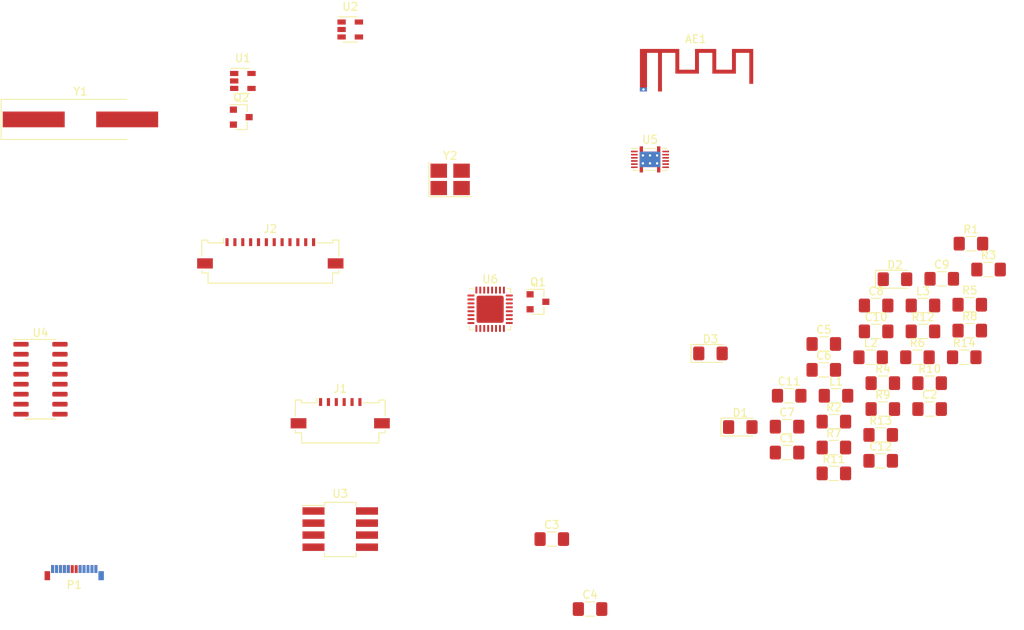
<source format=kicad_pcb>
(kicad_pcb (version 20171130) (host pcbnew 5.1.2-f72e74a~84~ubuntu19.04.1)

  (general
    (thickness 1.6)
    (drawings 0)
    (tracks 0)
    (zones 0)
    (modules 46)
    (nets 58)
  )

  (page A4)
  (layers
    (0 F.Cu signal)
    (31 B.Cu signal)
    (32 B.Adhes user)
    (33 F.Adhes user)
    (34 B.Paste user)
    (35 F.Paste user)
    (36 B.SilkS user)
    (37 F.SilkS user)
    (38 B.Mask user)
    (39 F.Mask user)
    (40 Dwgs.User user)
    (41 Cmts.User user)
    (42 Eco1.User user)
    (43 Eco2.User user)
    (44 Edge.Cuts user)
    (45 Margin user)
    (46 B.CrtYd user)
    (47 F.CrtYd user)
    (48 B.Fab user)
    (49 F.Fab user)
  )

  (setup
    (last_trace_width 0.25)
    (trace_clearance 0.2)
    (zone_clearance 0.508)
    (zone_45_only no)
    (trace_min 0.2)
    (via_size 0.8)
    (via_drill 0.4)
    (via_min_size 0.4)
    (via_min_drill 0.3)
    (uvia_size 0.3)
    (uvia_drill 0.1)
    (uvias_allowed no)
    (uvia_min_size 0.2)
    (uvia_min_drill 0.1)
    (edge_width 0.05)
    (segment_width 0.2)
    (pcb_text_width 0.3)
    (pcb_text_size 1.5 1.5)
    (mod_edge_width 0.12)
    (mod_text_size 1 1)
    (mod_text_width 0.15)
    (pad_size 1.524 1.524)
    (pad_drill 0.762)
    (pad_to_mask_clearance 0.051)
    (solder_mask_min_width 0.25)
    (aux_axis_origin 0 0)
    (visible_elements FFFFFF7F)
    (pcbplotparams
      (layerselection 0x010fc_ffffffff)
      (usegerberextensions false)
      (usegerberattributes false)
      (usegerberadvancedattributes false)
      (creategerberjobfile false)
      (excludeedgelayer true)
      (linewidth 0.100000)
      (plotframeref false)
      (viasonmask false)
      (mode 1)
      (useauxorigin false)
      (hpglpennumber 1)
      (hpglpenspeed 20)
      (hpglpendiameter 15.000000)
      (psnegative false)
      (psa4output false)
      (plotreference true)
      (plotvalue true)
      (plotinvisibletext false)
      (padsonsilk false)
      (subtractmaskfromsilk false)
      (outputformat 1)
      (mirror false)
      (drillshape 1)
      (scaleselection 1)
      (outputdirectory ""))
  )

  (net 0 "")
  (net 1 "Net-(AE1-Pad1)")
  (net 2 GND)
  (net 3 "Net-(C1-Pad1)")
  (net 4 "Net-(BT1-Pad1)")
  (net 5 "Net-(C3-Pad1)")
  (net 6 "Net-(C4-Pad2)")
  (net 7 +5V)
  (net 8 "Net-(C6-Pad1)")
  (net 9 "Net-(C7-Pad2)")
  (net 10 +3V3)
  (net 11 "Net-(C12-Pad1)")
  (net 12 "Net-(D1-Pad2)")
  (net 13 "Net-(D2-Pad2)")
  (net 14 "Net-(D2-Pad1)")
  (net 15 "Net-(D3-Pad2)")
  (net 16 "Net-(D3-Pad1)")
  (net 17 "Net-(J1-Pad6)")
  (net 18 "Net-(J1-Pad5)")
  (net 19 "Net-(J1-Pad3)")
  (net 20 "Net-(J1-Pad2)")
  (net 21 "Net-(J2-Pad11)")
  (net 22 "Net-(J2-Pad10)")
  (net 23 "Net-(J2-Pad8)")
  (net 24 "Net-(J2-Pad2)")
  (net 25 "Net-(L2-Pad1)")
  (net 26 "Net-(P1-PadA7)")
  (net 27 "Net-(P1-PadA6)")
  (net 28 "Net-(P1-PadA5)")
  (net 29 "Net-(Q1-Pad3)")
  (net 30 "Net-(Q1-Pad2)")
  (net 31 "Net-(Q1-Pad1)")
  (net 32 "Net-(Q2-Pad3)")
  (net 33 "Net-(Q2-Pad2)")
  (net 34 "Net-(Q2-Pad1)")
  (net 35 "Net-(R1-Pad1)")
  (net 36 "Net-(R2-Pad1)")
  (net 37 "Net-(R5-Pad2)")
  (net 38 "Net-(R9-Pad1)")
  (net 39 "Net-(R14-Pad1)")
  (net 40 "Net-(U4-Pad15)")
  (net 41 "Net-(U4-Pad12)")
  (net 42 "Net-(U4-Pad11)")
  (net 43 "Net-(U4-Pad10)")
  (net 44 "Net-(U4-Pad9)")
  (net 45 "Net-(R5-Pad3)")
  (net 46 "Net-(U5-Pad9)")
  (net 47 "Net-(U5-Pad11)")
  (net 48 "Net-(U5-Pad12)")
  (net 49 "Net-(U5-Pad4)")
  (net 50 "Net-(U6-Pad31)")
  (net 51 "Net-(U3-PadD2)")
  (net 52 "Net-(U3-PadC3)")
  (net 53 "Net-(U3-PadA3)")
  (net 54 "Net-(U3-PadE3)")
  (net 55 "Net-(U3-PadC1)")
  (net 56 "Net-(U6-Pad6)")
  (net 57 "Net-(U6-Pad5)")

  (net_class Default "This is the default net class."
    (clearance 0.2)
    (trace_width 0.25)
    (via_dia 0.8)
    (via_drill 0.4)
    (uvia_dia 0.3)
    (uvia_drill 0.1)
    (add_net +3V3)
    (add_net +5V)
    (add_net GND)
    (add_net "Net-(AE1-Pad1)")
    (add_net "Net-(BT1-Pad1)")
    (add_net "Net-(C1-Pad1)")
    (add_net "Net-(C12-Pad1)")
    (add_net "Net-(C3-Pad1)")
    (add_net "Net-(C4-Pad2)")
    (add_net "Net-(C6-Pad1)")
    (add_net "Net-(C7-Pad2)")
    (add_net "Net-(D1-Pad2)")
    (add_net "Net-(D2-Pad1)")
    (add_net "Net-(D2-Pad2)")
    (add_net "Net-(D3-Pad1)")
    (add_net "Net-(D3-Pad2)")
    (add_net "Net-(J1-Pad2)")
    (add_net "Net-(J1-Pad3)")
    (add_net "Net-(J1-Pad5)")
    (add_net "Net-(J1-Pad6)")
    (add_net "Net-(J2-Pad10)")
    (add_net "Net-(J2-Pad11)")
    (add_net "Net-(J2-Pad2)")
    (add_net "Net-(J2-Pad8)")
    (add_net "Net-(L2-Pad1)")
    (add_net "Net-(P1-PadA5)")
    (add_net "Net-(P1-PadA6)")
    (add_net "Net-(P1-PadA7)")
    (add_net "Net-(Q1-Pad1)")
    (add_net "Net-(Q1-Pad2)")
    (add_net "Net-(Q1-Pad3)")
    (add_net "Net-(Q2-Pad1)")
    (add_net "Net-(Q2-Pad2)")
    (add_net "Net-(Q2-Pad3)")
    (add_net "Net-(R1-Pad1)")
    (add_net "Net-(R14-Pad1)")
    (add_net "Net-(R2-Pad1)")
    (add_net "Net-(R5-Pad2)")
    (add_net "Net-(R5-Pad3)")
    (add_net "Net-(R9-Pad1)")
    (add_net "Net-(U3-PadA3)")
    (add_net "Net-(U3-PadC1)")
    (add_net "Net-(U3-PadC3)")
    (add_net "Net-(U3-PadD2)")
    (add_net "Net-(U3-PadE3)")
    (add_net "Net-(U4-Pad10)")
    (add_net "Net-(U4-Pad11)")
    (add_net "Net-(U4-Pad12)")
    (add_net "Net-(U4-Pad15)")
    (add_net "Net-(U4-Pad9)")
    (add_net "Net-(U5-Pad11)")
    (add_net "Net-(U5-Pad12)")
    (add_net "Net-(U5-Pad4)")
    (add_net "Net-(U5-Pad9)")
    (add_net "Net-(U6-Pad31)")
    (add_net "Net-(U6-Pad5)")
    (add_net "Net-(U6-Pad6)")
  )

  (module Crystal:Crystal_SMD_SeikoEpson_FA238-4Pin_3.2x2.5mm_HandSoldering (layer F.Cu) (tedit 5A0FD1B2) (tstamp 5D2ECEDA)
    (at 95.25 67.31)
    (descr "crystal Epson Toyocom FA-238 series https://support.epson.biz/td/api/doc_check.php?dl=brief_fa-238v_en.pdf, hand-soldering, 3.2x2.5mm^2 package")
    (tags "SMD SMT crystal hand-soldering")
    (path /5D3CDD7A)
    (attr smd)
    (fp_text reference Y2 (at 0 -3) (layer F.SilkS)
      (effects (font (size 1 1) (thickness 0.15)))
    )
    (fp_text value Crystal_GND24 (at 0 3) (layer F.Fab)
      (effects (font (size 1 1) (thickness 0.15)))
    )
    (fp_line (start 2.8 -2.3) (end -2.8 -2.3) (layer F.CrtYd) (width 0.05))
    (fp_line (start 2.8 2.3) (end 2.8 -2.3) (layer F.CrtYd) (width 0.05))
    (fp_line (start -2.8 2.3) (end 2.8 2.3) (layer F.CrtYd) (width 0.05))
    (fp_line (start -2.8 -2.3) (end -2.8 2.3) (layer F.CrtYd) (width 0.05))
    (fp_line (start -2.7 2.2) (end 2.7 2.2) (layer F.SilkS) (width 0.12))
    (fp_line (start -2.7 -2.2) (end -2.7 2.2) (layer F.SilkS) (width 0.12))
    (fp_line (start -1.6 0.25) (end -0.6 1.25) (layer F.Fab) (width 0.1))
    (fp_line (start -1.6 -1.15) (end -1.5 -1.25) (layer F.Fab) (width 0.1))
    (fp_line (start -1.6 1.15) (end -1.6 -1.15) (layer F.Fab) (width 0.1))
    (fp_line (start -1.5 1.25) (end -1.6 1.15) (layer F.Fab) (width 0.1))
    (fp_line (start 1.5 1.25) (end -1.5 1.25) (layer F.Fab) (width 0.1))
    (fp_line (start 1.6 1.15) (end 1.5 1.25) (layer F.Fab) (width 0.1))
    (fp_line (start 1.6 -1.15) (end 1.6 1.15) (layer F.Fab) (width 0.1))
    (fp_line (start 1.5 -1.25) (end 1.6 -1.15) (layer F.Fab) (width 0.1))
    (fp_line (start -1.5 -1.25) (end 1.5 -1.25) (layer F.Fab) (width 0.1))
    (fp_text user %R (at 0 0) (layer F.Fab)
      (effects (font (size 0.7 0.7) (thickness 0.105)))
    )
    (pad 4 smd rect (at -1.45 -1.1) (size 2.1 1.8) (layers F.Cu F.Paste F.Mask)
      (net 2 GND))
    (pad 3 smd rect (at 1.45 -1.1) (size 2.1 1.8) (layers F.Cu F.Paste F.Mask)
      (net 9 "Net-(C7-Pad2)"))
    (pad 2 smd rect (at 1.45 1.1) (size 2.1 1.8) (layers F.Cu F.Paste F.Mask)
      (net 2 GND))
    (pad 1 smd rect (at -1.45 1.1) (size 2.1 1.8) (layers F.Cu F.Paste F.Mask)
      (net 8 "Net-(C6-Pad1)"))
    (model ${KISYS3DMOD}/Crystal.3dshapes/Crystal_SMD_SeikoEpson_FA238-4Pin_3.2x2.5mm_HandSoldering.wrl
      (at (xyz 0 0 0))
      (scale (xyz 1 1 1))
      (rotate (xyz 0 0 0))
    )
  )

  (module Crystal:Crystal_SMD_HC49-SD_HandSoldering (layer F.Cu) (tedit 5A1AD52C) (tstamp 5D2ECEC2)
    (at 48.26 59.69)
    (descr "SMD Crystal HC-49-SD http://cdn-reichelt.de/documents/datenblatt/B400/xxx-HC49-SMD.pdf, hand-soldering, 11.4x4.7mm^2 package")
    (tags "SMD SMT crystal hand-soldering")
    (path /5D48CA3B)
    (attr smd)
    (fp_text reference Y1 (at 0 -3.55) (layer F.SilkS)
      (effects (font (size 1 1) (thickness 0.15)))
    )
    (fp_text value Crystal_Small (at 0 3.55) (layer F.Fab)
      (effects (font (size 1 1) (thickness 0.15)))
    )
    (fp_arc (start 3.015 0) (end 3.015 -2.115) (angle 180) (layer F.Fab) (width 0.1))
    (fp_arc (start -3.015 0) (end -3.015 -2.115) (angle -180) (layer F.Fab) (width 0.1))
    (fp_line (start 10.2 -2.6) (end -10.2 -2.6) (layer F.CrtYd) (width 0.05))
    (fp_line (start 10.2 2.6) (end 10.2 -2.6) (layer F.CrtYd) (width 0.05))
    (fp_line (start -10.2 2.6) (end 10.2 2.6) (layer F.CrtYd) (width 0.05))
    (fp_line (start -10.2 -2.6) (end -10.2 2.6) (layer F.CrtYd) (width 0.05))
    (fp_line (start -10.075 2.55) (end 5.9 2.55) (layer F.SilkS) (width 0.12))
    (fp_line (start -10.075 -2.55) (end -10.075 2.55) (layer F.SilkS) (width 0.12))
    (fp_line (start 5.9 -2.55) (end -10.075 -2.55) (layer F.SilkS) (width 0.12))
    (fp_line (start -3.015 2.115) (end 3.015 2.115) (layer F.Fab) (width 0.1))
    (fp_line (start -3.015 -2.115) (end 3.015 -2.115) (layer F.Fab) (width 0.1))
    (fp_line (start 5.7 -2.35) (end -5.7 -2.35) (layer F.Fab) (width 0.1))
    (fp_line (start 5.7 2.35) (end 5.7 -2.35) (layer F.Fab) (width 0.1))
    (fp_line (start -5.7 2.35) (end 5.7 2.35) (layer F.Fab) (width 0.1))
    (fp_line (start -5.7 -2.35) (end -5.7 2.35) (layer F.Fab) (width 0.1))
    (fp_text user %R (at 0 0) (layer F.Fab)
      (effects (font (size 1 1) (thickness 0.15)))
    )
    (pad 2 smd rect (at 5.9375 0) (size 7.875 2) (layers F.Cu F.Paste F.Mask)
      (net 5 "Net-(C3-Pad1)"))
    (pad 1 smd rect (at -5.9375 0) (size 7.875 2) (layers F.Cu F.Paste F.Mask)
      (net 3 "Net-(C1-Pad1)"))
    (model ${KISYS3DMOD}/Crystal.3dshapes/Crystal_SMD_HC49-SD.wrl
      (at (xyz 0 0 0))
      (scale (xyz 1 1 1))
      (rotate (xyz 0 0 0))
    )
  )

  (module Package_DFN_QFN:QFN-32-1EP_5x5mm_P0.5mm_EP3.45x3.45mm (layer F.Cu) (tedit 5B4E85CE) (tstamp 5D2ECEAC)
    (at 100.33 83.82)
    (descr "QFN, 32 Pin (http://www.analog.com/media/en/package-pcb-resources/package/pkg_pdf/ltc-legacy-qfn/QFN_32_05-08-1693.pdf), generated with kicad-footprint-generator ipc_dfn_qfn_generator.py")
    (tags "QFN DFN_QFN")
    (path /5D2AC332)
    (attr smd)
    (fp_text reference U6 (at 0 -3.82) (layer F.SilkS)
      (effects (font (size 1 1) (thickness 0.15)))
    )
    (fp_text value ESP8266EX (at 0 3.82) (layer F.Fab)
      (effects (font (size 1 1) (thickness 0.15)))
    )
    (fp_text user %R (at 0 0) (layer F.Fab)
      (effects (font (size 1 1) (thickness 0.15)))
    )
    (fp_line (start 3.12 -3.12) (end -3.12 -3.12) (layer F.CrtYd) (width 0.05))
    (fp_line (start 3.12 3.12) (end 3.12 -3.12) (layer F.CrtYd) (width 0.05))
    (fp_line (start -3.12 3.12) (end 3.12 3.12) (layer F.CrtYd) (width 0.05))
    (fp_line (start -3.12 -3.12) (end -3.12 3.12) (layer F.CrtYd) (width 0.05))
    (fp_line (start -2.5 -1.5) (end -1.5 -2.5) (layer F.Fab) (width 0.1))
    (fp_line (start -2.5 2.5) (end -2.5 -1.5) (layer F.Fab) (width 0.1))
    (fp_line (start 2.5 2.5) (end -2.5 2.5) (layer F.Fab) (width 0.1))
    (fp_line (start 2.5 -2.5) (end 2.5 2.5) (layer F.Fab) (width 0.1))
    (fp_line (start -1.5 -2.5) (end 2.5 -2.5) (layer F.Fab) (width 0.1))
    (fp_line (start -2.135 -2.61) (end -2.61 -2.61) (layer F.SilkS) (width 0.12))
    (fp_line (start 2.61 2.61) (end 2.61 2.135) (layer F.SilkS) (width 0.12))
    (fp_line (start 2.135 2.61) (end 2.61 2.61) (layer F.SilkS) (width 0.12))
    (fp_line (start -2.61 2.61) (end -2.61 2.135) (layer F.SilkS) (width 0.12))
    (fp_line (start -2.135 2.61) (end -2.61 2.61) (layer F.SilkS) (width 0.12))
    (fp_line (start 2.61 -2.61) (end 2.61 -2.135) (layer F.SilkS) (width 0.12))
    (fp_line (start 2.135 -2.61) (end 2.61 -2.61) (layer F.SilkS) (width 0.12))
    (pad 32 smd roundrect (at -1.75 -2.4375) (size 0.25 0.875) (layers F.Cu F.Paste F.Mask) (roundrect_rratio 0.25)
      (net 32 "Net-(Q2-Pad3)"))
    (pad 31 smd roundrect (at -1.25 -2.4375) (size 0.25 0.875) (layers F.Cu F.Paste F.Mask) (roundrect_rratio 0.25)
      (net 50 "Net-(U6-Pad31)"))
    (pad 30 smd roundrect (at -0.75 -2.4375) (size 0.25 0.875) (layers F.Cu F.Paste F.Mask) (roundrect_rratio 0.25)
      (net 10 +3V3))
    (pad 29 smd roundrect (at -0.25 -2.4375) (size 0.25 0.875) (layers F.Cu F.Paste F.Mask) (roundrect_rratio 0.25)
      (net 10 +3V3))
    (pad 28 smd roundrect (at 0.25 -2.4375) (size 0.25 0.875) (layers F.Cu F.Paste F.Mask) (roundrect_rratio 0.25)
      (net 8 "Net-(C6-Pad1)"))
    (pad 27 smd roundrect (at 0.75 -2.4375) (size 0.25 0.875) (layers F.Cu F.Paste F.Mask) (roundrect_rratio 0.25)
      (net 9 "Net-(C7-Pad2)"))
    (pad 26 smd roundrect (at 1.25 -2.4375) (size 0.25 0.875) (layers F.Cu F.Paste F.Mask) (roundrect_rratio 0.25)
      (net 39 "Net-(R14-Pad1)"))
    (pad 25 smd roundrect (at 1.75 -2.4375) (size 0.25 0.875) (layers F.Cu F.Paste F.Mask) (roundrect_rratio 0.25)
      (net 15 "Net-(D3-Pad2)"))
    (pad 24 smd roundrect (at 2.4375 -1.75) (size 0.875 0.25) (layers F.Cu F.Paste F.Mask) (roundrect_rratio 0.25)
      (net 13 "Net-(D2-Pad2)"))
    (pad 23 smd roundrect (at 2.4375 -1.25) (size 0.875 0.25) (layers F.Cu F.Paste F.Mask) (roundrect_rratio 0.25)
      (net 51 "Net-(U3-PadD2)"))
    (pad 22 smd roundrect (at 2.4375 -0.75) (size 0.875 0.25) (layers F.Cu F.Paste F.Mask) (roundrect_rratio 0.25)
      (net 52 "Net-(U3-PadC3)"))
    (pad 21 smd roundrect (at 2.4375 -0.25) (size 0.875 0.25) (layers F.Cu F.Paste F.Mask) (roundrect_rratio 0.25)
      (net 20 "Net-(J1-Pad2)"))
    (pad 20 smd roundrect (at 2.4375 0.25) (size 0.875 0.25) (layers F.Cu F.Paste F.Mask) (roundrect_rratio 0.25)
      (net 53 "Net-(U3-PadA3)"))
    (pad 19 smd roundrect (at 2.4375 0.75) (size 0.875 0.25) (layers F.Cu F.Paste F.Mask) (roundrect_rratio 0.25)
      (net 54 "Net-(U3-PadE3)"))
    (pad 18 smd roundrect (at 2.4375 1.25) (size 0.875 0.25) (layers F.Cu F.Paste F.Mask) (roundrect_rratio 0.25)
      (net 55 "Net-(U3-PadC1)"))
    (pad 17 smd roundrect (at 2.4375 1.75) (size 0.875 0.25) (layers F.Cu F.Paste F.Mask) (roundrect_rratio 0.25)
      (net 10 +3V3))
    (pad 16 smd roundrect (at 1.75 2.4375) (size 0.25 0.875) (layers F.Cu F.Paste F.Mask) (roundrect_rratio 0.25)
      (net 21 "Net-(J2-Pad11)"))
    (pad 15 smd roundrect (at 1.25 2.4375) (size 0.25 0.875) (layers F.Cu F.Paste F.Mask) (roundrect_rratio 0.25)
      (net 29 "Net-(Q1-Pad3)"))
    (pad 14 smd roundrect (at 0.75 2.4375) (size 0.25 0.875) (layers F.Cu F.Paste F.Mask) (roundrect_rratio 0.25)
      (net 48 "Net-(U5-Pad12)"))
    (pad 13 smd roundrect (at 0.25 2.4375) (size 0.25 0.875) (layers F.Cu F.Paste F.Mask) (roundrect_rratio 0.25)
      (net 23 "Net-(J2-Pad8)"))
    (pad 12 smd roundrect (at -0.25 2.4375) (size 0.25 0.875) (layers F.Cu F.Paste F.Mask) (roundrect_rratio 0.25)
      (net 22 "Net-(J2-Pad10)"))
    (pad 11 smd roundrect (at -0.75 2.4375) (size 0.25 0.875) (layers F.Cu F.Paste F.Mask) (roundrect_rratio 0.25)
      (net 10 +3V3))
    (pad 10 smd roundrect (at -1.25 2.4375) (size 0.25 0.875) (layers F.Cu F.Paste F.Mask) (roundrect_rratio 0.25)
      (net 18 "Net-(J1-Pad5)"))
    (pad 9 smd roundrect (at -1.75 2.4375) (size 0.25 0.875) (layers F.Cu F.Paste F.Mask) (roundrect_rratio 0.25)
      (net 17 "Net-(J1-Pad6)"))
    (pad 8 smd roundrect (at -2.4375 1.75) (size 0.875 0.25) (layers F.Cu F.Paste F.Mask) (roundrect_rratio 0.25)
      (net 32 "Net-(Q2-Pad3)"))
    (pad 7 smd roundrect (at -2.4375 1.25) (size 0.875 0.25) (layers F.Cu F.Paste F.Mask) (roundrect_rratio 0.25)
      (net 10 +3V3))
    (pad 6 smd roundrect (at -2.4375 0.75) (size 0.875 0.25) (layers F.Cu F.Paste F.Mask) (roundrect_rratio 0.25)
      (net 56 "Net-(U6-Pad6)"))
    (pad 5 smd roundrect (at -2.4375 0.25) (size 0.875 0.25) (layers F.Cu F.Paste F.Mask) (roundrect_rratio 0.25)
      (net 57 "Net-(U6-Pad5)"))
    (pad 4 smd roundrect (at -2.4375 -0.25) (size 0.875 0.25) (layers F.Cu F.Paste F.Mask) (roundrect_rratio 0.25)
      (net 25 "Net-(L2-Pad1)"))
    (pad 3 smd roundrect (at -2.4375 -0.75) (size 0.875 0.25) (layers F.Cu F.Paste F.Mask) (roundrect_rratio 0.25)
      (net 25 "Net-(L2-Pad1)"))
    (pad 2 smd roundrect (at -2.4375 -1.25) (size 0.875 0.25) (layers F.Cu F.Paste F.Mask) (roundrect_rratio 0.25)
      (net 11 "Net-(C12-Pad1)"))
    (pad 1 smd roundrect (at -2.4375 -1.75) (size 0.875 0.25) (layers F.Cu F.Paste F.Mask) (roundrect_rratio 0.25)
      (net 10 +3V3))
    (pad "" smd roundrect (at 1.15 1.15) (size 0.93 0.93) (layers F.Paste) (roundrect_rratio 0.25))
    (pad "" smd roundrect (at 1.15 0) (size 0.93 0.93) (layers F.Paste) (roundrect_rratio 0.25))
    (pad "" smd roundrect (at 1.15 -1.15) (size 0.93 0.93) (layers F.Paste) (roundrect_rratio 0.25))
    (pad "" smd roundrect (at 0 1.15) (size 0.93 0.93) (layers F.Paste) (roundrect_rratio 0.25))
    (pad "" smd roundrect (at 0 0) (size 0.93 0.93) (layers F.Paste) (roundrect_rratio 0.25))
    (pad "" smd roundrect (at 0 -1.15) (size 0.93 0.93) (layers F.Paste) (roundrect_rratio 0.25))
    (pad "" smd roundrect (at -1.15 1.15) (size 0.93 0.93) (layers F.Paste) (roundrect_rratio 0.25))
    (pad "" smd roundrect (at -1.15 0) (size 0.93 0.93) (layers F.Paste) (roundrect_rratio 0.25))
    (pad "" smd roundrect (at -1.15 -1.15) (size 0.93 0.93) (layers F.Paste) (roundrect_rratio 0.25))
    (pad 33 smd roundrect (at 0 0) (size 3.45 3.45) (layers F.Cu F.Mask) (roundrect_rratio 0.072464)
      (net 2 GND))
    (model ${KISYS3DMOD}/Package_DFN_QFN.3dshapes/QFN-32-1EP_5x5mm_P0.5mm_EP3.45x3.45mm.wrl
      (at (xyz 0 0 0))
      (scale (xyz 1 1 1))
      (rotate (xyz 0 0 0))
    )
  )

  (module Package_SON:Texas_S-PDSO-N12 (layer F.Cu) (tedit 5A02F1D8) (tstamp 5D2ECE6D)
    (at 120.65 64.77)
    (descr http://www.ti.com/lit/ds/symlink/bq27441-g1.pdf)
    (tags "SON thermal pads")
    (path /5D2B3983)
    (attr smd)
    (fp_text reference U5 (at -0.000701 -2.517393) (layer F.SilkS)
      (effects (font (size 1 1) (thickness 0.15)))
    )
    (fp_text value BQ27441DRZR-G1A (at -0.000701 2.852607) (layer F.Fab)
      (effects (font (size 1 1) (thickness 0.15)))
    )
    (fp_line (start -2.6 1.83) (end 2.61 1.83) (layer F.CrtYd) (width 0.05))
    (fp_line (start 2.61 1.82) (end 2.61 -1.83) (layer F.CrtYd) (width 0.05))
    (fp_line (start -2.6 1.83) (end -2.6 -1.83) (layer F.CrtYd) (width 0.05))
    (fp_line (start -2.6 -1.83) (end 2.61 -1.83) (layer F.CrtYd) (width 0.05))
    (fp_line (start -2.000701 -0.417393) (end -1.120701 -1.297393) (layer F.Fab) (width 0.1))
    (fp_line (start 2.1 -1.4) (end 2.1 -1.25) (layer F.SilkS) (width 0.12))
    (fp_line (start -2.1 1.4) (end -2.1 1.25) (layer F.SilkS) (width 0.12))
    (fp_line (start -1.5 1.4) (end -2.1 1.4) (layer F.SilkS) (width 0.12))
    (fp_line (start -2.000701 -0.417393) (end -2 1.3) (layer F.Fab) (width 0.1))
    (fp_line (start -2 1.3) (end 2 1.3) (layer F.Fab) (width 0.1))
    (fp_line (start 0.7 -1.4) (end -0.7 -1.4) (layer F.SilkS) (width 0.12))
    (fp_line (start 0.7 1.4) (end -0.7 1.4) (layer F.SilkS) (width 0.12))
    (fp_line (start 1.5 -1.4) (end 2.1 -1.4) (layer F.SilkS) (width 0.12))
    (fp_line (start 2.1 1.4) (end 1.5 1.4) (layer F.SilkS) (width 0.12))
    (fp_line (start -1.120701 -1.297393) (end 1.999299 -1.297393) (layer F.Fab) (width 0.1))
    (fp_line (start 2 1.3) (end 1.999299 -1.297393) (layer F.Fab) (width 0.1))
    (fp_line (start -1.500701 -1.397393) (end -2.400701 -1.397393) (layer F.SilkS) (width 0.12))
    (fp_line (start 2.1 1.4) (end 2.1 1.25) (layer F.SilkS) (width 0.12))
    (fp_text user %R (at -0.000701 0.002607) (layer F.Fab)
      (effects (font (size 1 1) (thickness 0.15)))
    )
    (pad 13 smd rect (at -1.1 1.365 270) (size 0.575 0.4) (layers F.Cu F.Paste F.Mask)
      (net 2 GND))
    (pad 13 smd rect (at -1.1 -1.365 270) (size 0.575 0.4) (layers F.Cu F.Paste F.Mask)
      (net 2 GND))
    (pad 13 smd rect (at 1.1 -1.365 270) (size 0.575 0.4) (layers F.Cu F.Paste F.Mask)
      (net 2 GND))
    (pad 13 smd rect (at 1.1 1.365 270) (size 0.575 0.4) (layers F.Cu F.Paste F.Mask)
      (net 2 GND))
    (pad 13 smd rect (at 0.65 0.4875 90) (size 0.975 1.3) (layers F.Cu F.Paste)
      (net 2 GND) (solder_paste_margin -0.1))
    (pad 13 smd rect (at -0.65 0.4875 90) (size 0.975 1.3) (layers F.Cu F.Paste)
      (net 2 GND) (solder_paste_margin -0.1))
    (pad 13 smd rect (at -0.65 -0.4875 90) (size 0.975 1.3) (layers F.Cu F.Paste)
      (net 2 GND) (solder_paste_margin -0.1))
    (pad 13 smd rect (at 0.65 -0.4875 90) (size 0.975 1.3) (layers F.Cu F.Paste)
      (net 2 GND) (solder_paste_margin -0.1))
    (pad 13 smd rect (at 0 0 270) (size 1.95 2.6) (layers B.Cu F.Mask)
      (net 2 GND))
    (pad 13 thru_hole circle (at 0 0.5) (size 0.6 0.6) (drill 0.3) (layers *.Cu)
      (net 2 GND))
    (pad 13 thru_hole circle (at 0 -0.5) (size 0.6 0.6) (drill 0.3) (layers *.Cu)
      (net 2 GND))
    (pad 13 thru_hole circle (at -0.9 -0.5) (size 0.6 0.6) (drill 0.3) (layers *.Cu)
      (net 2 GND))
    (pad 13 thru_hole circle (at 0.9 -0.5) (size 0.6 0.6) (drill 0.3) (layers *.Cu)
      (net 2 GND))
    (pad 13 thru_hole circle (at 0.9 0.5) (size 0.6 0.6) (drill 0.3) (layers *.Cu)
      (net 2 GND))
    (pad 13 thru_hole circle (at -0.9 0.5) (size 0.6 0.6) (drill 0.3) (layers *.Cu)
      (net 2 GND))
    (pad 7 smd rect (at 2.3 1) (size 0.2 0.2) (layers F.Cu F.Paste F.Mask)
      (net 45 "Net-(R5-Pad3)") (solder_mask_margin 0.05))
    (pad 8 smd rect (at 2.3 0.6) (size 0.2 0.2) (layers F.Cu F.Paste F.Mask)
      (net 37 "Net-(R5-Pad2)") (solder_mask_margin 0.05))
    (pad 9 smd rect (at 2.3 0.2) (size 0.2 0.2) (layers F.Cu F.Paste F.Mask)
      (net 46 "Net-(U5-Pad9)") (solder_mask_margin 0.05))
    (pad 10 smd rect (at 2.3 -0.2) (size 0.2 0.2) (layers F.Cu F.Paste F.Mask)
      (net 38 "Net-(R9-Pad1)") (solder_mask_margin 0.05))
    (pad 11 smd rect (at 2.3 -0.6) (size 0.2 0.2) (layers F.Cu F.Paste F.Mask)
      (net 47 "Net-(U5-Pad11)") (solder_mask_margin 0.05))
    (pad 12 smd rect (at 2.3 -1) (size 0.2 0.2) (layers F.Cu F.Paste F.Mask)
      (net 48 "Net-(U5-Pad12)") (solder_mask_margin 0.05))
    (pad 1 smd rect (at -2.3 -1) (size 0.2 0.2) (layers F.Cu F.Paste F.Mask)
      (net 13 "Net-(D2-Pad2)") (solder_mask_margin 0.05))
    (pad 2 smd rect (at -2.3 -0.6) (size 0.2 0.2) (layers F.Cu F.Paste F.Mask)
      (net 20 "Net-(J1-Pad2)") (solder_mask_margin 0.05))
    (pad 6 smd rect (at -2.3 1) (size 0.2 0.2) (layers F.Cu F.Paste F.Mask)
      (net 4 "Net-(BT1-Pad1)") (solder_mask_margin 0.05))
    (pad 5 smd rect (at -2.3 0.6) (size 0.2 0.2) (layers F.Cu F.Paste F.Mask)
      (net 7 +5V) (solder_mask_margin 0.05))
    (pad 4 smd rect (at -2.3 0.2) (size 0.2 0.2) (layers F.Cu F.Paste F.Mask)
      (net 49 "Net-(U5-Pad4)") (solder_mask_margin 0.05))
    (pad 7 smd oval (at 1.975 1) (size 0.85 0.2) (layers F.Cu F.Paste F.Mask)
      (net 45 "Net-(R5-Pad3)") (solder_mask_margin 0.05))
    (pad 8 smd oval (at 1.975 0.6) (size 0.85 0.2) (layers F.Cu F.Paste F.Mask)
      (net 37 "Net-(R5-Pad2)") (solder_mask_margin 0.05))
    (pad 9 smd oval (at 1.975 0.2) (size 0.85 0.2) (layers F.Cu F.Paste F.Mask)
      (net 46 "Net-(U5-Pad9)") (solder_mask_margin 0.05))
    (pad 10 smd oval (at 1.975 -0.2) (size 0.85 0.2) (layers F.Cu F.Paste F.Mask)
      (net 38 "Net-(R9-Pad1)") (solder_mask_margin 0.05))
    (pad 11 smd oval (at 1.975 -0.6) (size 0.85 0.2) (layers F.Cu F.Paste F.Mask)
      (net 47 "Net-(U5-Pad11)") (solder_mask_margin 0.05))
    (pad 12 smd oval (at 1.975 -1) (size 0.85 0.2) (layers F.Cu F.Paste F.Mask)
      (net 48 "Net-(U5-Pad12)") (solder_mask_margin 0.05))
    (pad 6 smd oval (at -1.975 1) (size 0.85 0.2) (layers F.Cu F.Paste F.Mask)
      (net 4 "Net-(BT1-Pad1)") (solder_mask_margin 0.05))
    (pad 5 smd oval (at -1.975 0.6) (size 0.85 0.2) (layers F.Cu F.Paste F.Mask)
      (net 7 +5V) (solder_mask_margin 0.05))
    (pad 4 smd oval (at -1.975 0.2) (size 0.85 0.2) (layers F.Cu F.Paste F.Mask)
      (net 49 "Net-(U5-Pad4)") (solder_mask_margin 0.05))
    (pad 1 smd oval (at -1.975 -1) (size 0.85 0.2) (layers F.Cu F.Paste F.Mask)
      (net 13 "Net-(D2-Pad2)") (solder_mask_margin 0.05))
    (pad 2 smd oval (at -1.975 -0.6) (size 0.85 0.2) (layers F.Cu F.Paste F.Mask)
      (net 20 "Net-(J1-Pad2)") (solder_mask_margin 0.05))
    (pad 3 smd oval (at -1.975 -0.2) (size 0.85 0.2) (layers F.Cu F.Paste F.Mask)
      (net 2 GND) (solder_mask_margin 0.05))
    (pad 3 smd rect (at -2.3 -0.2) (size 0.2 0.2) (layers F.Cu F.Paste F.Mask)
      (net 2 GND) (solder_mask_margin 0.05))
    (pad 13 smd rect (at -1.1 -1.3125 270) (size 0.675 0.4) (layers F.Cu F.Mask)
      (net 2 GND))
    (pad 13 smd rect (at 1.1 -1.3125 270) (size 0.675 0.4) (layers F.Cu F.Mask)
      (net 2 GND))
    (pad 13 smd rect (at 1.1 1.3125 270) (size 0.675 0.4) (layers F.Cu F.Mask)
      (net 2 GND))
    (pad 13 smd rect (at -1.1 1.3125 270) (size 0.675 0.4) (layers F.Cu F.Mask)
      (net 2 GND))
    (pad 13 smd rect (at 0 0 270) (size 1.95 2.6) (layers F.Cu F.Mask)
      (net 2 GND))
    (model ${KISYS3DMOD}/Package_SON.3dshapes/Texas_S-PDSO-N12.wrl
      (at (xyz 0 0 0))
      (scale (xyz 1 1 1))
      (rotate (xyz 0 0 0))
    )
  )

  (module Package_SO:SOIC-16_3.9x9.9mm_P1.27mm (layer F.Cu) (tedit 5C97300E) (tstamp 5D2ECE2A)
    (at 43.18 92.71)
    (descr "SOIC, 16 Pin (JEDEC MS-012AC, https://www.analog.com/media/en/package-pcb-resources/package/pkg_pdf/soic_narrow-r/r_16.pdf), generated with kicad-footprint-generator ipc_gullwing_generator.py")
    (tags "SOIC SO")
    (path /5D2B0777)
    (attr smd)
    (fp_text reference U4 (at 0 -5.9) (layer F.SilkS)
      (effects (font (size 1 1) (thickness 0.15)))
    )
    (fp_text value CH340G (at 0 5.9) (layer F.Fab)
      (effects (font (size 1 1) (thickness 0.15)))
    )
    (fp_text user %R (at 0 0) (layer F.Fab)
      (effects (font (size 0.98 0.98) (thickness 0.15)))
    )
    (fp_line (start 3.7 -5.2) (end -3.7 -5.2) (layer F.CrtYd) (width 0.05))
    (fp_line (start 3.7 5.2) (end 3.7 -5.2) (layer F.CrtYd) (width 0.05))
    (fp_line (start -3.7 5.2) (end 3.7 5.2) (layer F.CrtYd) (width 0.05))
    (fp_line (start -3.7 -5.2) (end -3.7 5.2) (layer F.CrtYd) (width 0.05))
    (fp_line (start -1.95 -3.975) (end -0.975 -4.95) (layer F.Fab) (width 0.1))
    (fp_line (start -1.95 4.95) (end -1.95 -3.975) (layer F.Fab) (width 0.1))
    (fp_line (start 1.95 4.95) (end -1.95 4.95) (layer F.Fab) (width 0.1))
    (fp_line (start 1.95 -4.95) (end 1.95 4.95) (layer F.Fab) (width 0.1))
    (fp_line (start -0.975 -4.95) (end 1.95 -4.95) (layer F.Fab) (width 0.1))
    (fp_line (start 0 -5.06) (end -3.45 -5.06) (layer F.SilkS) (width 0.12))
    (fp_line (start 0 -5.06) (end 1.95 -5.06) (layer F.SilkS) (width 0.12))
    (fp_line (start 0 5.06) (end -1.95 5.06) (layer F.SilkS) (width 0.12))
    (fp_line (start 0 5.06) (end 1.95 5.06) (layer F.SilkS) (width 0.12))
    (pad 16 smd roundrect (at 2.475 -4.445) (size 1.95 0.6) (layers F.Cu F.Paste F.Mask) (roundrect_rratio 0.25)
      (net 7 +5V))
    (pad 15 smd roundrect (at 2.475 -3.175) (size 1.95 0.6) (layers F.Cu F.Paste F.Mask) (roundrect_rratio 0.25)
      (net 40 "Net-(U4-Pad15)"))
    (pad 14 smd roundrect (at 2.475 -1.905) (size 1.95 0.6) (layers F.Cu F.Paste F.Mask) (roundrect_rratio 0.25)
      (net 30 "Net-(Q1-Pad2)"))
    (pad 13 smd roundrect (at 2.475 -0.635) (size 1.95 0.6) (layers F.Cu F.Paste F.Mask) (roundrect_rratio 0.25)
      (net 33 "Net-(Q2-Pad2)"))
    (pad 12 smd roundrect (at 2.475 0.635) (size 1.95 0.6) (layers F.Cu F.Paste F.Mask) (roundrect_rratio 0.25)
      (net 41 "Net-(U4-Pad12)"))
    (pad 11 smd roundrect (at 2.475 1.905) (size 1.95 0.6) (layers F.Cu F.Paste F.Mask) (roundrect_rratio 0.25)
      (net 42 "Net-(U4-Pad11)"))
    (pad 10 smd roundrect (at 2.475 3.175) (size 1.95 0.6) (layers F.Cu F.Paste F.Mask) (roundrect_rratio 0.25)
      (net 43 "Net-(U4-Pad10)"))
    (pad 9 smd roundrect (at 2.475 4.445) (size 1.95 0.6) (layers F.Cu F.Paste F.Mask) (roundrect_rratio 0.25)
      (net 44 "Net-(U4-Pad9)"))
    (pad 8 smd roundrect (at -2.475 4.445) (size 1.95 0.6) (layers F.Cu F.Paste F.Mask) (roundrect_rratio 0.25)
      (net 5 "Net-(C3-Pad1)"))
    (pad 7 smd roundrect (at -2.475 3.175) (size 1.95 0.6) (layers F.Cu F.Paste F.Mask) (roundrect_rratio 0.25)
      (net 3 "Net-(C1-Pad1)"))
    (pad 6 smd roundrect (at -2.475 1.905) (size 1.95 0.6) (layers F.Cu F.Paste F.Mask) (roundrect_rratio 0.25)
      (net 26 "Net-(P1-PadA7)"))
    (pad 5 smd roundrect (at -2.475 0.635) (size 1.95 0.6) (layers F.Cu F.Paste F.Mask) (roundrect_rratio 0.25)
      (net 27 "Net-(P1-PadA6)"))
    (pad 4 smd roundrect (at -2.475 -0.635) (size 1.95 0.6) (layers F.Cu F.Paste F.Mask) (roundrect_rratio 0.25)
      (net 10 +3V3))
    (pad 3 smd roundrect (at -2.475 -1.905) (size 1.95 0.6) (layers F.Cu F.Paste F.Mask) (roundrect_rratio 0.25)
      (net 15 "Net-(D3-Pad2)"))
    (pad 2 smd roundrect (at -2.475 -3.175) (size 1.95 0.6) (layers F.Cu F.Paste F.Mask) (roundrect_rratio 0.25)
      (net 13 "Net-(D2-Pad2)"))
    (pad 1 smd roundrect (at -2.475 -4.445) (size 1.95 0.6) (layers F.Cu F.Paste F.Mask) (roundrect_rratio 0.25)
      (net 2 GND))
    (model ${KISYS3DMOD}/Package_SO.3dshapes/SOIC-16_3.9x9.9mm_P1.27mm.wrl
      (at (xyz 0 0 0))
      (scale (xyz 1 1 1))
      (rotate (xyz 0 0 0))
    )
  )

  (module Package_TO_SOT_SMD:SOT-223-8 (layer F.Cu) (tedit 5A02FF57) (tstamp 5D2ECE08)
    (at 81.28 111.76)
    (descr "module CMS SOT223 8 pins, https://www.diodes.com/assets/Datasheets/ZXSBMR16PT8.pdf")
    (tags "CMS SOT")
    (path /5E60DBA2)
    (attr smd)
    (fp_text reference U3 (at 0 -4.5) (layer F.SilkS)
      (effects (font (size 1 1) (thickness 0.15)))
    )
    (fp_text value AT25DF041x-UxN-x (at 0 4.5) (layer F.Fab)
      (effects (font (size 1 1) (thickness 0.15)))
    )
    (fp_line (start 5.05 3.6) (end -5.05 3.6) (layer F.CrtYd) (width 0.05))
    (fp_line (start 5.05 3.6) (end 5.05 -3.6) (layer F.CrtYd) (width 0.05))
    (fp_line (start -5.05 -3.6) (end -5.05 3.6) (layer F.CrtYd) (width 0.05))
    (fp_line (start -5.05 -3.6) (end 5.05 -3.6) (layer F.CrtYd) (width 0.05))
    (fp_line (start -1.85 -2.3) (end -0.8 -3.35) (layer F.Fab) (width 0.1))
    (fp_line (start -1.85 -2.3) (end -1.85 3.35) (layer F.Fab) (width 0.1))
    (fp_line (start -0.8 -3.35) (end 1.85 -3.35) (layer F.Fab) (width 0.1))
    (fp_line (start -1.85 3.35) (end 1.85 3.35) (layer F.Fab) (width 0.1))
    (fp_line (start 1.85 -3.35) (end 1.85 3.35) (layer F.Fab) (width 0.1))
    (fp_line (start 2 -3.4) (end 2 -3) (layer F.SilkS) (width 0.12))
    (fp_line (start -2 -3.4) (end 2 -3.4) (layer F.SilkS) (width 0.12))
    (fp_line (start -2 -3) (end -2 -3.4) (layer F.SilkS) (width 0.12))
    (fp_line (start -4.8 -3) (end -2 -3) (layer F.SilkS) (width 0.12))
    (fp_line (start -2 3.5) (end -2 3) (layer F.SilkS) (width 0.12))
    (fp_line (start 2 3.5) (end -2 3.5) (layer F.SilkS) (width 0.12))
    (fp_line (start 2 3) (end 2 3.5) (layer F.SilkS) (width 0.12))
    (fp_text user %R (at 0 0 90) (layer F.Fab)
      (effects (font (size 0.8 0.8) (thickness 0.12)))
    )
    (pad 2 smd rect (at -3.4 -0.76) (size 2.8 0.95) (layers F.Cu F.Paste F.Mask))
    (pad 4 smd rect (at -3.4 2.3) (size 2.8 0.95) (layers F.Cu F.Paste F.Mask))
    (pad 1 smd rect (at -3.4 -2.3) (size 2.8 0.95) (layers F.Cu F.Paste F.Mask))
    (pad 3 smd rect (at -3.4 0.76) (size 2.8 0.95) (layers F.Cu F.Paste F.Mask))
    (pad 6 smd rect (at 3.4 0.76) (size 2.8 0.95) (layers F.Cu F.Paste F.Mask))
    (pad 8 smd rect (at 3.4 -2.3) (size 2.8 0.95) (layers F.Cu F.Paste F.Mask))
    (pad 5 smd rect (at 3.4 2.3) (size 2.8 0.95) (layers F.Cu F.Paste F.Mask))
    (pad 7 smd rect (at 3.4 -0.76) (size 2.8 0.95) (layers F.Cu F.Paste F.Mask))
    (model ${KISYS3DMOD}/Package_TO_SOT_SMD.3dshapes/SOT-223-8.wrl
      (at (xyz 0 0 0))
      (scale (xyz 1 1 1))
      (rotate (xyz 0 0 0))
    )
  )

  (module Package_TO_SOT_SMD:SOT-23-5 (layer F.Cu) (tedit 5A02FF57) (tstamp 5D2ECDEB)
    (at 82.55 48.26)
    (descr "5-pin SOT23 package")
    (tags SOT-23-5)
    (path /5D2B5911)
    (attr smd)
    (fp_text reference U2 (at 0 -2.9) (layer F.SilkS)
      (effects (font (size 1 1) (thickness 0.15)))
    )
    (fp_text value LM27313XMF (at 0 2.9) (layer F.Fab)
      (effects (font (size 1 1) (thickness 0.15)))
    )
    (fp_line (start 0.9 -1.55) (end 0.9 1.55) (layer F.Fab) (width 0.1))
    (fp_line (start 0.9 1.55) (end -0.9 1.55) (layer F.Fab) (width 0.1))
    (fp_line (start -0.9 -0.9) (end -0.9 1.55) (layer F.Fab) (width 0.1))
    (fp_line (start 0.9 -1.55) (end -0.25 -1.55) (layer F.Fab) (width 0.1))
    (fp_line (start -0.9 -0.9) (end -0.25 -1.55) (layer F.Fab) (width 0.1))
    (fp_line (start -1.9 1.8) (end -1.9 -1.8) (layer F.CrtYd) (width 0.05))
    (fp_line (start 1.9 1.8) (end -1.9 1.8) (layer F.CrtYd) (width 0.05))
    (fp_line (start 1.9 -1.8) (end 1.9 1.8) (layer F.CrtYd) (width 0.05))
    (fp_line (start -1.9 -1.8) (end 1.9 -1.8) (layer F.CrtYd) (width 0.05))
    (fp_line (start 0.9 -1.61) (end -1.55 -1.61) (layer F.SilkS) (width 0.12))
    (fp_line (start -0.9 1.61) (end 0.9 1.61) (layer F.SilkS) (width 0.12))
    (fp_text user %R (at 0 0 90) (layer F.Fab)
      (effects (font (size 0.5 0.5) (thickness 0.075)))
    )
    (pad 5 smd rect (at 1.1 -0.95) (size 1.06 0.65) (layers F.Cu F.Paste F.Mask)
      (net 4 "Net-(BT1-Pad1)"))
    (pad 4 smd rect (at 1.1 0.95) (size 1.06 0.65) (layers F.Cu F.Paste F.Mask)
      (net 36 "Net-(R2-Pad1)"))
    (pad 3 smd rect (at -1.1 0.95) (size 1.06 0.65) (layers F.Cu F.Paste F.Mask)
      (net 6 "Net-(C4-Pad2)"))
    (pad 2 smd rect (at -1.1 0) (size 1.06 0.65) (layers F.Cu F.Paste F.Mask)
      (net 2 GND))
    (pad 1 smd rect (at -1.1 -0.95) (size 1.06 0.65) (layers F.Cu F.Paste F.Mask)
      (net 12 "Net-(D1-Pad2)"))
    (model ${KISYS3DMOD}/Package_TO_SOT_SMD.3dshapes/SOT-23-5.wrl
      (at (xyz 0 0 0))
      (scale (xyz 1 1 1))
      (rotate (xyz 0 0 0))
    )
  )

  (module Package_TO_SOT_SMD:SOT-23-5 (layer F.Cu) (tedit 5A02FF57) (tstamp 5D2ECDD6)
    (at 68.9 54.8)
    (descr "5-pin SOT23 package")
    (tags SOT-23-5)
    (path /5D2BC187)
    (attr smd)
    (fp_text reference U1 (at 0 -2.9) (layer F.SilkS)
      (effects (font (size 1 1) (thickness 0.15)))
    )
    (fp_text value MCP73812T-420I-OT (at 0 2.9) (layer F.Fab)
      (effects (font (size 1 1) (thickness 0.15)))
    )
    (fp_line (start 0.9 -1.55) (end 0.9 1.55) (layer F.Fab) (width 0.1))
    (fp_line (start 0.9 1.55) (end -0.9 1.55) (layer F.Fab) (width 0.1))
    (fp_line (start -0.9 -0.9) (end -0.9 1.55) (layer F.Fab) (width 0.1))
    (fp_line (start 0.9 -1.55) (end -0.25 -1.55) (layer F.Fab) (width 0.1))
    (fp_line (start -0.9 -0.9) (end -0.25 -1.55) (layer F.Fab) (width 0.1))
    (fp_line (start -1.9 1.8) (end -1.9 -1.8) (layer F.CrtYd) (width 0.05))
    (fp_line (start 1.9 1.8) (end -1.9 1.8) (layer F.CrtYd) (width 0.05))
    (fp_line (start 1.9 -1.8) (end 1.9 1.8) (layer F.CrtYd) (width 0.05))
    (fp_line (start -1.9 -1.8) (end 1.9 -1.8) (layer F.CrtYd) (width 0.05))
    (fp_line (start 0.9 -1.61) (end -1.55 -1.61) (layer F.SilkS) (width 0.12))
    (fp_line (start -0.9 1.61) (end 0.9 1.61) (layer F.SilkS) (width 0.12))
    (fp_text user %R (at 0 0 90) (layer F.Fab)
      (effects (font (size 0.5 0.5) (thickness 0.075)))
    )
    (pad 5 smd rect (at 1.1 -0.95) (size 1.06 0.65) (layers F.Cu F.Paste F.Mask)
      (net 35 "Net-(R1-Pad1)"))
    (pad 4 smd rect (at 1.1 0.95) (size 1.06 0.65) (layers F.Cu F.Paste F.Mask)
      (net 7 +5V))
    (pad 3 smd rect (at -1.1 0.95) (size 1.06 0.65) (layers F.Cu F.Paste F.Mask)
      (net 4 "Net-(BT1-Pad1)"))
    (pad 2 smd rect (at -1.1 0) (size 1.06 0.65) (layers F.Cu F.Paste F.Mask)
      (net 2 GND))
    (pad 1 smd rect (at -1.1 -0.95) (size 1.06 0.65) (layers F.Cu F.Paste F.Mask)
      (net 7 +5V))
    (model ${KISYS3DMOD}/Package_TO_SOT_SMD.3dshapes/SOT-23-5.wrl
      (at (xyz 0 0 0))
      (scale (xyz 1 1 1))
      (rotate (xyz 0 0 0))
    )
  )

  (module Resistor_SMD:R_1206_3216Metric_Pad1.42x1.75mm_HandSolder (layer F.Cu) (tedit 5B301BBD) (tstamp 5D2ECDC1)
    (at 160.59 89.92)
    (descr "Resistor SMD 1206 (3216 Metric), square (rectangular) end terminal, IPC_7351 nominal with elongated pad for handsoldering. (Body size source: http://www.tortai-tech.com/upload/download/2011102023233369053.pdf), generated with kicad-footprint-generator")
    (tags "resistor handsolder")
    (path /5D3FAF67)
    (attr smd)
    (fp_text reference R14 (at 0 -1.82) (layer F.SilkS)
      (effects (font (size 1 1) (thickness 0.15)))
    )
    (fp_text value R_Small_US (at 0 1.82) (layer F.Fab)
      (effects (font (size 1 1) (thickness 0.15)))
    )
    (fp_text user %R (at 0 0) (layer F.Fab)
      (effects (font (size 0.8 0.8) (thickness 0.12)))
    )
    (fp_line (start 2.45 1.12) (end -2.45 1.12) (layer F.CrtYd) (width 0.05))
    (fp_line (start 2.45 -1.12) (end 2.45 1.12) (layer F.CrtYd) (width 0.05))
    (fp_line (start -2.45 -1.12) (end 2.45 -1.12) (layer F.CrtYd) (width 0.05))
    (fp_line (start -2.45 1.12) (end -2.45 -1.12) (layer F.CrtYd) (width 0.05))
    (fp_line (start -0.602064 0.91) (end 0.602064 0.91) (layer F.SilkS) (width 0.12))
    (fp_line (start -0.602064 -0.91) (end 0.602064 -0.91) (layer F.SilkS) (width 0.12))
    (fp_line (start 1.6 0.8) (end -1.6 0.8) (layer F.Fab) (width 0.1))
    (fp_line (start 1.6 -0.8) (end 1.6 0.8) (layer F.Fab) (width 0.1))
    (fp_line (start -1.6 -0.8) (end 1.6 -0.8) (layer F.Fab) (width 0.1))
    (fp_line (start -1.6 0.8) (end -1.6 -0.8) (layer F.Fab) (width 0.1))
    (pad 2 smd roundrect (at 1.4875 0) (size 1.425 1.75) (layers F.Cu F.Paste F.Mask) (roundrect_rratio 0.175439)
      (net 13 "Net-(D2-Pad2)"))
    (pad 1 smd roundrect (at -1.4875 0) (size 1.425 1.75) (layers F.Cu F.Paste F.Mask) (roundrect_rratio 0.175439)
      (net 39 "Net-(R14-Pad1)"))
    (model ${KISYS3DMOD}/Resistor_SMD.3dshapes/R_1206_3216Metric.wrl
      (at (xyz 0 0 0))
      (scale (xyz 1 1 1))
      (rotate (xyz 0 0 0))
    )
  )

  (module Resistor_SMD:R_1206_3216Metric_Pad1.42x1.75mm_HandSolder (layer F.Cu) (tedit 5B301BBD) (tstamp 5D2ECDB0)
    (at 149.97 99.79)
    (descr "Resistor SMD 1206 (3216 Metric), square (rectangular) end terminal, IPC_7351 nominal with elongated pad for handsoldering. (Body size source: http://www.tortai-tech.com/upload/download/2011102023233369053.pdf), generated with kicad-footprint-generator")
    (tags "resistor handsolder")
    (path /5D2CBE37)
    (attr smd)
    (fp_text reference R13 (at 0 -1.82) (layer F.SilkS)
      (effects (font (size 1 1) (thickness 0.15)))
    )
    (fp_text value R_Small_US (at 0 1.82) (layer F.Fab)
      (effects (font (size 1 1) (thickness 0.15)))
    )
    (fp_text user %R (at 0 0) (layer F.Fab)
      (effects (font (size 0.8 0.8) (thickness 0.12)))
    )
    (fp_line (start 2.45 1.12) (end -2.45 1.12) (layer F.CrtYd) (width 0.05))
    (fp_line (start 2.45 -1.12) (end 2.45 1.12) (layer F.CrtYd) (width 0.05))
    (fp_line (start -2.45 -1.12) (end 2.45 -1.12) (layer F.CrtYd) (width 0.05))
    (fp_line (start -2.45 1.12) (end -2.45 -1.12) (layer F.CrtYd) (width 0.05))
    (fp_line (start -0.602064 0.91) (end 0.602064 0.91) (layer F.SilkS) (width 0.12))
    (fp_line (start -0.602064 -0.91) (end 0.602064 -0.91) (layer F.SilkS) (width 0.12))
    (fp_line (start 1.6 0.8) (end -1.6 0.8) (layer F.Fab) (width 0.1))
    (fp_line (start 1.6 -0.8) (end 1.6 0.8) (layer F.Fab) (width 0.1))
    (fp_line (start -1.6 -0.8) (end 1.6 -0.8) (layer F.Fab) (width 0.1))
    (fp_line (start -1.6 0.8) (end -1.6 -0.8) (layer F.Fab) (width 0.1))
    (pad 2 smd roundrect (at 1.4875 0) (size 1.425 1.75) (layers F.Cu F.Paste F.Mask) (roundrect_rratio 0.175439)
      (net 2 GND))
    (pad 1 smd roundrect (at -1.4875 0) (size 1.425 1.75) (layers F.Cu F.Paste F.Mask) (roundrect_rratio 0.175439)
      (net 16 "Net-(D3-Pad1)"))
    (model ${KISYS3DMOD}/Resistor_SMD.3dshapes/R_1206_3216Metric.wrl
      (at (xyz 0 0 0))
      (scale (xyz 1 1 1))
      (rotate (xyz 0 0 0))
    )
  )

  (module Resistor_SMD:R_1206_3216Metric_Pad1.42x1.75mm_HandSolder (layer F.Cu) (tedit 5B301BBD) (tstamp 5D2ECD9F)
    (at 155.34 86.63)
    (descr "Resistor SMD 1206 (3216 Metric), square (rectangular) end terminal, IPC_7351 nominal with elongated pad for handsoldering. (Body size source: http://www.tortai-tech.com/upload/download/2011102023233369053.pdf), generated with kicad-footprint-generator")
    (tags "resistor handsolder")
    (path /5D2C8D45)
    (attr smd)
    (fp_text reference R12 (at 0 -1.82) (layer F.SilkS)
      (effects (font (size 1 1) (thickness 0.15)))
    )
    (fp_text value R_Small_US (at 0 1.82) (layer F.Fab)
      (effects (font (size 1 1) (thickness 0.15)))
    )
    (fp_text user %R (at 0 0) (layer F.Fab)
      (effects (font (size 0.8 0.8) (thickness 0.12)))
    )
    (fp_line (start 2.45 1.12) (end -2.45 1.12) (layer F.CrtYd) (width 0.05))
    (fp_line (start 2.45 -1.12) (end 2.45 1.12) (layer F.CrtYd) (width 0.05))
    (fp_line (start -2.45 -1.12) (end 2.45 -1.12) (layer F.CrtYd) (width 0.05))
    (fp_line (start -2.45 1.12) (end -2.45 -1.12) (layer F.CrtYd) (width 0.05))
    (fp_line (start -0.602064 0.91) (end 0.602064 0.91) (layer F.SilkS) (width 0.12))
    (fp_line (start -0.602064 -0.91) (end 0.602064 -0.91) (layer F.SilkS) (width 0.12))
    (fp_line (start 1.6 0.8) (end -1.6 0.8) (layer F.Fab) (width 0.1))
    (fp_line (start 1.6 -0.8) (end 1.6 0.8) (layer F.Fab) (width 0.1))
    (fp_line (start -1.6 -0.8) (end 1.6 -0.8) (layer F.Fab) (width 0.1))
    (fp_line (start -1.6 0.8) (end -1.6 -0.8) (layer F.Fab) (width 0.1))
    (pad 2 smd roundrect (at 1.4875 0) (size 1.425 1.75) (layers F.Cu F.Paste F.Mask) (roundrect_rratio 0.175439)
      (net 2 GND))
    (pad 1 smd roundrect (at -1.4875 0) (size 1.425 1.75) (layers F.Cu F.Paste F.Mask) (roundrect_rratio 0.175439)
      (net 14 "Net-(D2-Pad1)"))
    (model ${KISYS3DMOD}/Resistor_SMD.3dshapes/R_1206_3216Metric.wrl
      (at (xyz 0 0 0))
      (scale (xyz 1 1 1))
      (rotate (xyz 0 0 0))
    )
  )

  (module Resistor_SMD:R_1206_3216Metric_Pad1.42x1.75mm_HandSolder (layer F.Cu) (tedit 5B301BBD) (tstamp 5D2ECD8E)
    (at 144.02 104.68)
    (descr "Resistor SMD 1206 (3216 Metric), square (rectangular) end terminal, IPC_7351 nominal with elongated pad for handsoldering. (Body size source: http://www.tortai-tech.com/upload/download/2011102023233369053.pdf), generated with kicad-footprint-generator")
    (tags "resistor handsolder")
    (path /5D69E7D8)
    (attr smd)
    (fp_text reference R11 (at 0 -1.82) (layer F.SilkS)
      (effects (font (size 1 1) (thickness 0.15)))
    )
    (fp_text value R_Small_US (at 0 1.82) (layer F.Fab)
      (effects (font (size 1 1) (thickness 0.15)))
    )
    (fp_text user %R (at 0 0) (layer F.Fab)
      (effects (font (size 0.8 0.8) (thickness 0.12)))
    )
    (fp_line (start 2.45 1.12) (end -2.45 1.12) (layer F.CrtYd) (width 0.05))
    (fp_line (start 2.45 -1.12) (end 2.45 1.12) (layer F.CrtYd) (width 0.05))
    (fp_line (start -2.45 -1.12) (end 2.45 -1.12) (layer F.CrtYd) (width 0.05))
    (fp_line (start -2.45 1.12) (end -2.45 -1.12) (layer F.CrtYd) (width 0.05))
    (fp_line (start -0.602064 0.91) (end 0.602064 0.91) (layer F.SilkS) (width 0.12))
    (fp_line (start -0.602064 -0.91) (end 0.602064 -0.91) (layer F.SilkS) (width 0.12))
    (fp_line (start 1.6 0.8) (end -1.6 0.8) (layer F.Fab) (width 0.1))
    (fp_line (start 1.6 -0.8) (end 1.6 0.8) (layer F.Fab) (width 0.1))
    (fp_line (start -1.6 -0.8) (end 1.6 -0.8) (layer F.Fab) (width 0.1))
    (fp_line (start -1.6 0.8) (end -1.6 -0.8) (layer F.Fab) (width 0.1))
    (pad 2 smd roundrect (at 1.4875 0) (size 1.425 1.75) (layers F.Cu F.Paste F.Mask) (roundrect_rratio 0.175439)
      (net 10 +3V3))
    (pad 1 smd roundrect (at -1.4875 0) (size 1.425 1.75) (layers F.Cu F.Paste F.Mask) (roundrect_rratio 0.175439)
      (net 19 "Net-(J1-Pad3)"))
    (model ${KISYS3DMOD}/Resistor_SMD.3dshapes/R_1206_3216Metric.wrl
      (at (xyz 0 0 0))
      (scale (xyz 1 1 1))
      (rotate (xyz 0 0 0))
    )
  )

  (module Resistor_SMD:R_1206_3216Metric_Pad1.42x1.75mm_HandSolder (layer F.Cu) (tedit 5B301BBD) (tstamp 5D2ECD7D)
    (at 156.19 93.21)
    (descr "Resistor SMD 1206 (3216 Metric), square (rectangular) end terminal, IPC_7351 nominal with elongated pad for handsoldering. (Body size source: http://www.tortai-tech.com/upload/download/2011102023233369053.pdf), generated with kicad-footprint-generator")
    (tags "resistor handsolder")
    (path /5D6B5948)
    (attr smd)
    (fp_text reference R10 (at 0 -1.82) (layer F.SilkS)
      (effects (font (size 1 1) (thickness 0.15)))
    )
    (fp_text value R_Small_US (at 0 1.82) (layer F.Fab)
      (effects (font (size 1 1) (thickness 0.15)))
    )
    (fp_text user %R (at 0 0) (layer F.Fab)
      (effects (font (size 0.8 0.8) (thickness 0.12)))
    )
    (fp_line (start 2.45 1.12) (end -2.45 1.12) (layer F.CrtYd) (width 0.05))
    (fp_line (start 2.45 -1.12) (end 2.45 1.12) (layer F.CrtYd) (width 0.05))
    (fp_line (start -2.45 -1.12) (end 2.45 -1.12) (layer F.CrtYd) (width 0.05))
    (fp_line (start -2.45 1.12) (end -2.45 -1.12) (layer F.CrtYd) (width 0.05))
    (fp_line (start -0.602064 0.91) (end 0.602064 0.91) (layer F.SilkS) (width 0.12))
    (fp_line (start -0.602064 -0.91) (end 0.602064 -0.91) (layer F.SilkS) (width 0.12))
    (fp_line (start 1.6 0.8) (end -1.6 0.8) (layer F.Fab) (width 0.1))
    (fp_line (start 1.6 -0.8) (end 1.6 0.8) (layer F.Fab) (width 0.1))
    (fp_line (start -1.6 -0.8) (end 1.6 -0.8) (layer F.Fab) (width 0.1))
    (fp_line (start -1.6 0.8) (end -1.6 -0.8) (layer F.Fab) (width 0.1))
    (pad 2 smd roundrect (at 1.4875 0) (size 1.425 1.75) (layers F.Cu F.Paste F.Mask) (roundrect_rratio 0.175439)
      (net 2 GND))
    (pad 1 smd roundrect (at -1.4875 0) (size 1.425 1.75) (layers F.Cu F.Paste F.Mask) (roundrect_rratio 0.175439)
      (net 19 "Net-(J1-Pad3)"))
    (model ${KISYS3DMOD}/Resistor_SMD.3dshapes/R_1206_3216Metric.wrl
      (at (xyz 0 0 0))
      (scale (xyz 1 1 1))
      (rotate (xyz 0 0 0))
    )
  )

  (module Resistor_SMD:R_1206_3216Metric_Pad1.42x1.75mm_HandSolder (layer F.Cu) (tedit 5B301BBD) (tstamp 5D2ECD6C)
    (at 150.24 96.5)
    (descr "Resistor SMD 1206 (3216 Metric), square (rectangular) end terminal, IPC_7351 nominal with elongated pad for handsoldering. (Body size source: http://www.tortai-tech.com/upload/download/2011102023233369053.pdf), generated with kicad-footprint-generator")
    (tags "resistor handsolder")
    (path /5D8EC7DE)
    (attr smd)
    (fp_text reference R9 (at 0 -1.82) (layer F.SilkS)
      (effects (font (size 1 1) (thickness 0.15)))
    )
    (fp_text value R_Small_US (at 0 1.82) (layer F.Fab)
      (effects (font (size 1 1) (thickness 0.15)))
    )
    (fp_text user %R (at 0 0) (layer F.Fab)
      (effects (font (size 0.8 0.8) (thickness 0.12)))
    )
    (fp_line (start 2.45 1.12) (end -2.45 1.12) (layer F.CrtYd) (width 0.05))
    (fp_line (start 2.45 -1.12) (end 2.45 1.12) (layer F.CrtYd) (width 0.05))
    (fp_line (start -2.45 -1.12) (end 2.45 -1.12) (layer F.CrtYd) (width 0.05))
    (fp_line (start -2.45 1.12) (end -2.45 -1.12) (layer F.CrtYd) (width 0.05))
    (fp_line (start -0.602064 0.91) (end 0.602064 0.91) (layer F.SilkS) (width 0.12))
    (fp_line (start -0.602064 -0.91) (end 0.602064 -0.91) (layer F.SilkS) (width 0.12))
    (fp_line (start 1.6 0.8) (end -1.6 0.8) (layer F.Fab) (width 0.1))
    (fp_line (start 1.6 -0.8) (end 1.6 0.8) (layer F.Fab) (width 0.1))
    (fp_line (start -1.6 -0.8) (end 1.6 -0.8) (layer F.Fab) (width 0.1))
    (fp_line (start -1.6 0.8) (end -1.6 -0.8) (layer F.Fab) (width 0.1))
    (pad 2 smd roundrect (at 1.4875 0) (size 1.425 1.75) (layers F.Cu F.Paste F.Mask) (roundrect_rratio 0.175439)
      (net 2 GND))
    (pad 1 smd roundrect (at -1.4875 0) (size 1.425 1.75) (layers F.Cu F.Paste F.Mask) (roundrect_rratio 0.175439)
      (net 38 "Net-(R9-Pad1)"))
    (model ${KISYS3DMOD}/Resistor_SMD.3dshapes/R_1206_3216Metric.wrl
      (at (xyz 0 0 0))
      (scale (xyz 1 1 1))
      (rotate (xyz 0 0 0))
    )
  )

  (module Resistor_SMD:R_1206_3216Metric_Pad1.42x1.75mm_HandSolder (layer F.Cu) (tedit 5B301BBD) (tstamp 5D2ECD5B)
    (at 161.29 86.53)
    (descr "Resistor SMD 1206 (3216 Metric), square (rectangular) end terminal, IPC_7351 nominal with elongated pad for handsoldering. (Body size source: http://www.tortai-tech.com/upload/download/2011102023233369053.pdf), generated with kicad-footprint-generator")
    (tags "resistor handsolder")
    (path /5D5EDD02)
    (attr smd)
    (fp_text reference R8 (at 0 -1.82) (layer F.SilkS)
      (effects (font (size 1 1) (thickness 0.15)))
    )
    (fp_text value R_Small_US (at 0 1.82) (layer F.Fab)
      (effects (font (size 1 1) (thickness 0.15)))
    )
    (fp_text user %R (at 0 0) (layer F.Fab)
      (effects (font (size 0.8 0.8) (thickness 0.12)))
    )
    (fp_line (start 2.45 1.12) (end -2.45 1.12) (layer F.CrtYd) (width 0.05))
    (fp_line (start 2.45 -1.12) (end 2.45 1.12) (layer F.CrtYd) (width 0.05))
    (fp_line (start -2.45 -1.12) (end 2.45 -1.12) (layer F.CrtYd) (width 0.05))
    (fp_line (start -2.45 1.12) (end -2.45 -1.12) (layer F.CrtYd) (width 0.05))
    (fp_line (start -0.602064 0.91) (end 0.602064 0.91) (layer F.SilkS) (width 0.12))
    (fp_line (start -0.602064 -0.91) (end 0.602064 -0.91) (layer F.SilkS) (width 0.12))
    (fp_line (start 1.6 0.8) (end -1.6 0.8) (layer F.Fab) (width 0.1))
    (fp_line (start 1.6 -0.8) (end 1.6 0.8) (layer F.Fab) (width 0.1))
    (fp_line (start -1.6 -0.8) (end 1.6 -0.8) (layer F.Fab) (width 0.1))
    (fp_line (start -1.6 0.8) (end -1.6 -0.8) (layer F.Fab) (width 0.1))
    (pad 2 smd roundrect (at 1.4875 0) (size 1.425 1.75) (layers F.Cu F.Paste F.Mask) (roundrect_rratio 0.175439)
      (net 24 "Net-(J2-Pad2)"))
    (pad 1 smd roundrect (at -1.4875 0) (size 1.425 1.75) (layers F.Cu F.Paste F.Mask) (roundrect_rratio 0.175439)
      (net 2 GND))
    (model ${KISYS3DMOD}/Resistor_SMD.3dshapes/R_1206_3216Metric.wrl
      (at (xyz 0 0 0))
      (scale (xyz 1 1 1))
      (rotate (xyz 0 0 0))
    )
  )

  (module Resistor_SMD:R_1206_3216Metric_Pad1.42x1.75mm_HandSolder (layer F.Cu) (tedit 5B301BBD) (tstamp 5D2ECD4A)
    (at 144.02 101.39)
    (descr "Resistor SMD 1206 (3216 Metric), square (rectangular) end terminal, IPC_7351 nominal with elongated pad for handsoldering. (Body size source: http://www.tortai-tech.com/upload/download/2011102023233369053.pdf), generated with kicad-footprint-generator")
    (tags "resistor handsolder")
    (path /5D5113B4)
    (attr smd)
    (fp_text reference R7 (at 0 -1.82) (layer F.SilkS)
      (effects (font (size 1 1) (thickness 0.15)))
    )
    (fp_text value R_Small_US (at 0 1.82) (layer F.Fab)
      (effects (font (size 1 1) (thickness 0.15)))
    )
    (fp_text user %R (at 0 0) (layer F.Fab)
      (effects (font (size 0.8 0.8) (thickness 0.12)))
    )
    (fp_line (start 2.45 1.12) (end -2.45 1.12) (layer F.CrtYd) (width 0.05))
    (fp_line (start 2.45 -1.12) (end 2.45 1.12) (layer F.CrtYd) (width 0.05))
    (fp_line (start -2.45 -1.12) (end 2.45 -1.12) (layer F.CrtYd) (width 0.05))
    (fp_line (start -2.45 1.12) (end -2.45 -1.12) (layer F.CrtYd) (width 0.05))
    (fp_line (start -0.602064 0.91) (end 0.602064 0.91) (layer F.SilkS) (width 0.12))
    (fp_line (start -0.602064 -0.91) (end 0.602064 -0.91) (layer F.SilkS) (width 0.12))
    (fp_line (start 1.6 0.8) (end -1.6 0.8) (layer F.Fab) (width 0.1))
    (fp_line (start 1.6 -0.8) (end 1.6 0.8) (layer F.Fab) (width 0.1))
    (fp_line (start -1.6 -0.8) (end 1.6 -0.8) (layer F.Fab) (width 0.1))
    (fp_line (start -1.6 0.8) (end -1.6 -0.8) (layer F.Fab) (width 0.1))
    (pad 2 smd roundrect (at 1.4875 0) (size 1.425 1.75) (layers F.Cu F.Paste F.Mask) (roundrect_rratio 0.175439)
      (net 30 "Net-(Q1-Pad2)"))
    (pad 1 smd roundrect (at -1.4875 0) (size 1.425 1.75) (layers F.Cu F.Paste F.Mask) (roundrect_rratio 0.175439)
      (net 34 "Net-(Q2-Pad1)"))
    (model ${KISYS3DMOD}/Resistor_SMD.3dshapes/R_1206_3216Metric.wrl
      (at (xyz 0 0 0))
      (scale (xyz 1 1 1))
      (rotate (xyz 0 0 0))
    )
  )

  (module Resistor_SMD:R_1206_3216Metric_Pad1.42x1.75mm_HandSolder (layer F.Cu) (tedit 5B301BBD) (tstamp 5D2ECD39)
    (at 154.64 89.92)
    (descr "Resistor SMD 1206 (3216 Metric), square (rectangular) end terminal, IPC_7351 nominal with elongated pad for handsoldering. (Body size source: http://www.tortai-tech.com/upload/download/2011102023233369053.pdf), generated with kicad-footprint-generator")
    (tags "resistor handsolder")
    (path /5D510668)
    (attr smd)
    (fp_text reference R6 (at 0 -1.82) (layer F.SilkS)
      (effects (font (size 1 1) (thickness 0.15)))
    )
    (fp_text value R_Small_US (at 0 1.82) (layer F.Fab)
      (effects (font (size 1 1) (thickness 0.15)))
    )
    (fp_text user %R (at 0 0) (layer F.Fab)
      (effects (font (size 0.8 0.8) (thickness 0.12)))
    )
    (fp_line (start 2.45 1.12) (end -2.45 1.12) (layer F.CrtYd) (width 0.05))
    (fp_line (start 2.45 -1.12) (end 2.45 1.12) (layer F.CrtYd) (width 0.05))
    (fp_line (start -2.45 -1.12) (end 2.45 -1.12) (layer F.CrtYd) (width 0.05))
    (fp_line (start -2.45 1.12) (end -2.45 -1.12) (layer F.CrtYd) (width 0.05))
    (fp_line (start -0.602064 0.91) (end 0.602064 0.91) (layer F.SilkS) (width 0.12))
    (fp_line (start -0.602064 -0.91) (end 0.602064 -0.91) (layer F.SilkS) (width 0.12))
    (fp_line (start 1.6 0.8) (end -1.6 0.8) (layer F.Fab) (width 0.1))
    (fp_line (start 1.6 -0.8) (end 1.6 0.8) (layer F.Fab) (width 0.1))
    (fp_line (start -1.6 -0.8) (end 1.6 -0.8) (layer F.Fab) (width 0.1))
    (fp_line (start -1.6 0.8) (end -1.6 -0.8) (layer F.Fab) (width 0.1))
    (pad 2 smd roundrect (at 1.4875 0) (size 1.425 1.75) (layers F.Cu F.Paste F.Mask) (roundrect_rratio 0.175439)
      (net 33 "Net-(Q2-Pad2)"))
    (pad 1 smd roundrect (at -1.4875 0) (size 1.425 1.75) (layers F.Cu F.Paste F.Mask) (roundrect_rratio 0.175439)
      (net 31 "Net-(Q1-Pad1)"))
    (model ${KISYS3DMOD}/Resistor_SMD.3dshapes/R_1206_3216Metric.wrl
      (at (xyz 0 0 0))
      (scale (xyz 1 1 1))
      (rotate (xyz 0 0 0))
    )
  )

  (module Resistor_SMD:R_1206_3216Metric_Pad1.42x1.75mm_HandSolder (layer F.Cu) (tedit 5B301BBD) (tstamp 5D2ECD28)
    (at 161.29 83.24)
    (descr "Resistor SMD 1206 (3216 Metric), square (rectangular) end terminal, IPC_7351 nominal with elongated pad for handsoldering. (Body size source: http://www.tortai-tech.com/upload/download/2011102023233369053.pdf), generated with kicad-footprint-generator")
    (tags "resistor handsolder")
    (path /5D965F4A)
    (attr smd)
    (fp_text reference R5 (at 0 -1.82) (layer F.SilkS)
      (effects (font (size 1 1) (thickness 0.15)))
    )
    (fp_text value R_Shunt_US (at 0 1.82) (layer F.Fab)
      (effects (font (size 1 1) (thickness 0.15)))
    )
    (fp_text user %R (at 0 0) (layer F.Fab)
      (effects (font (size 0.8 0.8) (thickness 0.12)))
    )
    (fp_line (start 2.45 1.12) (end -2.45 1.12) (layer F.CrtYd) (width 0.05))
    (fp_line (start 2.45 -1.12) (end 2.45 1.12) (layer F.CrtYd) (width 0.05))
    (fp_line (start -2.45 -1.12) (end 2.45 -1.12) (layer F.CrtYd) (width 0.05))
    (fp_line (start -2.45 1.12) (end -2.45 -1.12) (layer F.CrtYd) (width 0.05))
    (fp_line (start -0.602064 0.91) (end 0.602064 0.91) (layer F.SilkS) (width 0.12))
    (fp_line (start -0.602064 -0.91) (end 0.602064 -0.91) (layer F.SilkS) (width 0.12))
    (fp_line (start 1.6 0.8) (end -1.6 0.8) (layer F.Fab) (width 0.1))
    (fp_line (start 1.6 -0.8) (end 1.6 0.8) (layer F.Fab) (width 0.1))
    (fp_line (start -1.6 -0.8) (end 1.6 -0.8) (layer F.Fab) (width 0.1))
    (fp_line (start -1.6 0.8) (end -1.6 -0.8) (layer F.Fab) (width 0.1))
    (pad 2 smd roundrect (at 1.4875 0) (size 1.425 1.75) (layers F.Cu F.Paste F.Mask) (roundrect_rratio 0.175439)
      (net 37 "Net-(R5-Pad2)"))
    (pad 1 smd roundrect (at -1.4875 0) (size 1.425 1.75) (layers F.Cu F.Paste F.Mask) (roundrect_rratio 0.175439)
      (net 4 "Net-(BT1-Pad1)"))
    (model ${KISYS3DMOD}/Resistor_SMD.3dshapes/R_1206_3216Metric.wrl
      (at (xyz 0 0 0))
      (scale (xyz 1 1 1))
      (rotate (xyz 0 0 0))
    )
  )

  (module Resistor_SMD:R_1206_3216Metric_Pad1.42x1.75mm_HandSolder (layer F.Cu) (tedit 5B301BBD) (tstamp 5D2ECD17)
    (at 150.24 93.21)
    (descr "Resistor SMD 1206 (3216 Metric), square (rectangular) end terminal, IPC_7351 nominal with elongated pad for handsoldering. (Body size source: http://www.tortai-tech.com/upload/download/2011102023233369053.pdf), generated with kicad-footprint-generator")
    (tags "resistor handsolder")
    (path /5DD0E01C)
    (attr smd)
    (fp_text reference R4 (at 0 -1.82) (layer F.SilkS)
      (effects (font (size 1 1) (thickness 0.15)))
    )
    (fp_text value R_Small_US (at 0 1.82) (layer F.Fab)
      (effects (font (size 1 1) (thickness 0.15)))
    )
    (fp_text user %R (at 0 0) (layer F.Fab)
      (effects (font (size 0.8 0.8) (thickness 0.12)))
    )
    (fp_line (start 2.45 1.12) (end -2.45 1.12) (layer F.CrtYd) (width 0.05))
    (fp_line (start 2.45 -1.12) (end 2.45 1.12) (layer F.CrtYd) (width 0.05))
    (fp_line (start -2.45 -1.12) (end 2.45 -1.12) (layer F.CrtYd) (width 0.05))
    (fp_line (start -2.45 1.12) (end -2.45 -1.12) (layer F.CrtYd) (width 0.05))
    (fp_line (start -0.602064 0.91) (end 0.602064 0.91) (layer F.SilkS) (width 0.12))
    (fp_line (start -0.602064 -0.91) (end 0.602064 -0.91) (layer F.SilkS) (width 0.12))
    (fp_line (start 1.6 0.8) (end -1.6 0.8) (layer F.Fab) (width 0.1))
    (fp_line (start 1.6 -0.8) (end 1.6 0.8) (layer F.Fab) (width 0.1))
    (fp_line (start -1.6 -0.8) (end 1.6 -0.8) (layer F.Fab) (width 0.1))
    (fp_line (start -1.6 0.8) (end -1.6 -0.8) (layer F.Fab) (width 0.1))
    (pad 2 smd roundrect (at 1.4875 0) (size 1.425 1.75) (layers F.Cu F.Paste F.Mask) (roundrect_rratio 0.175439)
      (net 6 "Net-(C4-Pad2)"))
    (pad 1 smd roundrect (at -1.4875 0) (size 1.425 1.75) (layers F.Cu F.Paste F.Mask) (roundrect_rratio 0.175439)
      (net 7 +5V))
    (model ${KISYS3DMOD}/Resistor_SMD.3dshapes/R_1206_3216Metric.wrl
      (at (xyz 0 0 0))
      (scale (xyz 1 1 1))
      (rotate (xyz 0 0 0))
    )
  )

  (module Resistor_SMD:R_1206_3216Metric_Pad1.42x1.75mm_HandSolder (layer F.Cu) (tedit 5B301BBD) (tstamp 5D2ECD06)
    (at 163.68 78.77)
    (descr "Resistor SMD 1206 (3216 Metric), square (rectangular) end terminal, IPC_7351 nominal with elongated pad for handsoldering. (Body size source: http://www.tortai-tech.com/upload/download/2011102023233369053.pdf), generated with kicad-footprint-generator")
    (tags "resistor handsolder")
    (path /5DE905D0)
    (attr smd)
    (fp_text reference R3 (at 0 -1.82) (layer F.SilkS)
      (effects (font (size 1 1) (thickness 0.15)))
    )
    (fp_text value R_Small_US (at 0 1.82) (layer F.Fab)
      (effects (font (size 1 1) (thickness 0.15)))
    )
    (fp_text user %R (at 0 0) (layer F.Fab)
      (effects (font (size 0.8 0.8) (thickness 0.12)))
    )
    (fp_line (start 2.45 1.12) (end -2.45 1.12) (layer F.CrtYd) (width 0.05))
    (fp_line (start 2.45 -1.12) (end 2.45 1.12) (layer F.CrtYd) (width 0.05))
    (fp_line (start -2.45 -1.12) (end 2.45 -1.12) (layer F.CrtYd) (width 0.05))
    (fp_line (start -2.45 1.12) (end -2.45 -1.12) (layer F.CrtYd) (width 0.05))
    (fp_line (start -0.602064 0.91) (end 0.602064 0.91) (layer F.SilkS) (width 0.12))
    (fp_line (start -0.602064 -0.91) (end 0.602064 -0.91) (layer F.SilkS) (width 0.12))
    (fp_line (start 1.6 0.8) (end -1.6 0.8) (layer F.Fab) (width 0.1))
    (fp_line (start 1.6 -0.8) (end 1.6 0.8) (layer F.Fab) (width 0.1))
    (fp_line (start -1.6 -0.8) (end 1.6 -0.8) (layer F.Fab) (width 0.1))
    (fp_line (start -1.6 0.8) (end -1.6 -0.8) (layer F.Fab) (width 0.1))
    (pad 2 smd roundrect (at 1.4875 0) (size 1.425 1.75) (layers F.Cu F.Paste F.Mask) (roundrect_rratio 0.175439)
      (net 6 "Net-(C4-Pad2)"))
    (pad 1 smd roundrect (at -1.4875 0) (size 1.425 1.75) (layers F.Cu F.Paste F.Mask) (roundrect_rratio 0.175439)
      (net 2 GND))
    (model ${KISYS3DMOD}/Resistor_SMD.3dshapes/R_1206_3216Metric.wrl
      (at (xyz 0 0 0))
      (scale (xyz 1 1 1))
      (rotate (xyz 0 0 0))
    )
  )

  (module Resistor_SMD:R_1206_3216Metric_Pad1.42x1.75mm_HandSolder (layer F.Cu) (tedit 5B301BBD) (tstamp 5D2ECCF5)
    (at 144.02 98.1)
    (descr "Resistor SMD 1206 (3216 Metric), square (rectangular) end terminal, IPC_7351 nominal with elongated pad for handsoldering. (Body size source: http://www.tortai-tech.com/upload/download/2011102023233369053.pdf), generated with kicad-footprint-generator")
    (tags "resistor handsolder")
    (path /5DC325D6)
    (attr smd)
    (fp_text reference R2 (at 0 -1.82) (layer F.SilkS)
      (effects (font (size 1 1) (thickness 0.15)))
    )
    (fp_text value R_Small_US (at 0 1.82) (layer F.Fab)
      (effects (font (size 1 1) (thickness 0.15)))
    )
    (fp_text user %R (at 0 0) (layer F.Fab)
      (effects (font (size 0.8 0.8) (thickness 0.12)))
    )
    (fp_line (start 2.45 1.12) (end -2.45 1.12) (layer F.CrtYd) (width 0.05))
    (fp_line (start 2.45 -1.12) (end 2.45 1.12) (layer F.CrtYd) (width 0.05))
    (fp_line (start -2.45 -1.12) (end 2.45 -1.12) (layer F.CrtYd) (width 0.05))
    (fp_line (start -2.45 1.12) (end -2.45 -1.12) (layer F.CrtYd) (width 0.05))
    (fp_line (start -0.602064 0.91) (end 0.602064 0.91) (layer F.SilkS) (width 0.12))
    (fp_line (start -0.602064 -0.91) (end 0.602064 -0.91) (layer F.SilkS) (width 0.12))
    (fp_line (start 1.6 0.8) (end -1.6 0.8) (layer F.Fab) (width 0.1))
    (fp_line (start 1.6 -0.8) (end 1.6 0.8) (layer F.Fab) (width 0.1))
    (fp_line (start -1.6 -0.8) (end 1.6 -0.8) (layer F.Fab) (width 0.1))
    (fp_line (start -1.6 0.8) (end -1.6 -0.8) (layer F.Fab) (width 0.1))
    (pad 2 smd roundrect (at 1.4875 0) (size 1.425 1.75) (layers F.Cu F.Paste F.Mask) (roundrect_rratio 0.175439)
      (net 4 "Net-(BT1-Pad1)"))
    (pad 1 smd roundrect (at -1.4875 0) (size 1.425 1.75) (layers F.Cu F.Paste F.Mask) (roundrect_rratio 0.175439)
      (net 36 "Net-(R2-Pad1)"))
    (model ${KISYS3DMOD}/Resistor_SMD.3dshapes/R_1206_3216Metric.wrl
      (at (xyz 0 0 0))
      (scale (xyz 1 1 1))
      (rotate (xyz 0 0 0))
    )
  )

  (module Resistor_SMD:R_1206_3216Metric_Pad1.42x1.75mm_HandSolder (layer F.Cu) (tedit 5B301BBD) (tstamp 5D2ECCE4)
    (at 161.44 75.48)
    (descr "Resistor SMD 1206 (3216 Metric), square (rectangular) end terminal, IPC_7351 nominal with elongated pad for handsoldering. (Body size source: http://www.tortai-tech.com/upload/download/2011102023233369053.pdf), generated with kicad-footprint-generator")
    (tags "resistor handsolder")
    (path /5DA5A014)
    (attr smd)
    (fp_text reference R1 (at 0 -1.82) (layer F.SilkS)
      (effects (font (size 1 1) (thickness 0.15)))
    )
    (fp_text value R_Small_US (at 0 1.82) (layer F.Fab)
      (effects (font (size 1 1) (thickness 0.15)))
    )
    (fp_text user %R (at 0 0) (layer F.Fab)
      (effects (font (size 0.8 0.8) (thickness 0.12)))
    )
    (fp_line (start 2.45 1.12) (end -2.45 1.12) (layer F.CrtYd) (width 0.05))
    (fp_line (start 2.45 -1.12) (end 2.45 1.12) (layer F.CrtYd) (width 0.05))
    (fp_line (start -2.45 -1.12) (end 2.45 -1.12) (layer F.CrtYd) (width 0.05))
    (fp_line (start -2.45 1.12) (end -2.45 -1.12) (layer F.CrtYd) (width 0.05))
    (fp_line (start -0.602064 0.91) (end 0.602064 0.91) (layer F.SilkS) (width 0.12))
    (fp_line (start -0.602064 -0.91) (end 0.602064 -0.91) (layer F.SilkS) (width 0.12))
    (fp_line (start 1.6 0.8) (end -1.6 0.8) (layer F.Fab) (width 0.1))
    (fp_line (start 1.6 -0.8) (end 1.6 0.8) (layer F.Fab) (width 0.1))
    (fp_line (start -1.6 -0.8) (end 1.6 -0.8) (layer F.Fab) (width 0.1))
    (fp_line (start -1.6 0.8) (end -1.6 -0.8) (layer F.Fab) (width 0.1))
    (pad 2 smd roundrect (at 1.4875 0) (size 1.425 1.75) (layers F.Cu F.Paste F.Mask) (roundrect_rratio 0.175439)
      (net 2 GND))
    (pad 1 smd roundrect (at -1.4875 0) (size 1.425 1.75) (layers F.Cu F.Paste F.Mask) (roundrect_rratio 0.175439)
      (net 35 "Net-(R1-Pad1)"))
    (model ${KISYS3DMOD}/Resistor_SMD.3dshapes/R_1206_3216Metric.wrl
      (at (xyz 0 0 0))
      (scale (xyz 1 1 1))
      (rotate (xyz 0 0 0))
    )
  )

  (module Package_TO_SOT_SMD:SOT-23 (layer F.Cu) (tedit 5A02FF57) (tstamp 5D2ECCD3)
    (at 68.7 59.4)
    (descr "SOT-23, Standard")
    (tags SOT-23)
    (path /5D4FF8DB)
    (attr smd)
    (fp_text reference Q2 (at 0 -2.5) (layer F.SilkS)
      (effects (font (size 1 1) (thickness 0.15)))
    )
    (fp_text value BC818 (at 0 2.5) (layer F.Fab)
      (effects (font (size 1 1) (thickness 0.15)))
    )
    (fp_line (start 0.76 1.58) (end -0.7 1.58) (layer F.SilkS) (width 0.12))
    (fp_line (start 0.76 -1.58) (end -1.4 -1.58) (layer F.SilkS) (width 0.12))
    (fp_line (start -1.7 1.75) (end -1.7 -1.75) (layer F.CrtYd) (width 0.05))
    (fp_line (start 1.7 1.75) (end -1.7 1.75) (layer F.CrtYd) (width 0.05))
    (fp_line (start 1.7 -1.75) (end 1.7 1.75) (layer F.CrtYd) (width 0.05))
    (fp_line (start -1.7 -1.75) (end 1.7 -1.75) (layer F.CrtYd) (width 0.05))
    (fp_line (start 0.76 -1.58) (end 0.76 -0.65) (layer F.SilkS) (width 0.12))
    (fp_line (start 0.76 1.58) (end 0.76 0.65) (layer F.SilkS) (width 0.12))
    (fp_line (start -0.7 1.52) (end 0.7 1.52) (layer F.Fab) (width 0.1))
    (fp_line (start 0.7 -1.52) (end 0.7 1.52) (layer F.Fab) (width 0.1))
    (fp_line (start -0.7 -0.95) (end -0.15 -1.52) (layer F.Fab) (width 0.1))
    (fp_line (start -0.15 -1.52) (end 0.7 -1.52) (layer F.Fab) (width 0.1))
    (fp_line (start -0.7 -0.95) (end -0.7 1.5) (layer F.Fab) (width 0.1))
    (fp_text user %R (at 0 0 90) (layer F.Fab)
      (effects (font (size 0.5 0.5) (thickness 0.075)))
    )
    (pad 3 smd rect (at 1 0) (size 0.9 0.8) (layers F.Cu F.Paste F.Mask)
      (net 32 "Net-(Q2-Pad3)"))
    (pad 2 smd rect (at -1 0.95) (size 0.9 0.8) (layers F.Cu F.Paste F.Mask)
      (net 33 "Net-(Q2-Pad2)"))
    (pad 1 smd rect (at -1 -0.95) (size 0.9 0.8) (layers F.Cu F.Paste F.Mask)
      (net 34 "Net-(Q2-Pad1)"))
    (model ${KISYS3DMOD}/Package_TO_SOT_SMD.3dshapes/SOT-23.wrl
      (at (xyz 0 0 0))
      (scale (xyz 1 1 1))
      (rotate (xyz 0 0 0))
    )
  )

  (module Package_TO_SOT_SMD:SOT-23 (layer F.Cu) (tedit 5A02FF57) (tstamp 5D2ECCBE)
    (at 106.41 82.87)
    (descr "SOT-23, Standard")
    (tags SOT-23)
    (path /5D4F3827)
    (attr smd)
    (fp_text reference Q1 (at 0 -2.5) (layer F.SilkS)
      (effects (font (size 1 1) (thickness 0.15)))
    )
    (fp_text value BC818 (at 0 2.5) (layer F.Fab)
      (effects (font (size 1 1) (thickness 0.15)))
    )
    (fp_line (start 0.76 1.58) (end -0.7 1.58) (layer F.SilkS) (width 0.12))
    (fp_line (start 0.76 -1.58) (end -1.4 -1.58) (layer F.SilkS) (width 0.12))
    (fp_line (start -1.7 1.75) (end -1.7 -1.75) (layer F.CrtYd) (width 0.05))
    (fp_line (start 1.7 1.75) (end -1.7 1.75) (layer F.CrtYd) (width 0.05))
    (fp_line (start 1.7 -1.75) (end 1.7 1.75) (layer F.CrtYd) (width 0.05))
    (fp_line (start -1.7 -1.75) (end 1.7 -1.75) (layer F.CrtYd) (width 0.05))
    (fp_line (start 0.76 -1.58) (end 0.76 -0.65) (layer F.SilkS) (width 0.12))
    (fp_line (start 0.76 1.58) (end 0.76 0.65) (layer F.SilkS) (width 0.12))
    (fp_line (start -0.7 1.52) (end 0.7 1.52) (layer F.Fab) (width 0.1))
    (fp_line (start 0.7 -1.52) (end 0.7 1.52) (layer F.Fab) (width 0.1))
    (fp_line (start -0.7 -0.95) (end -0.15 -1.52) (layer F.Fab) (width 0.1))
    (fp_line (start -0.15 -1.52) (end 0.7 -1.52) (layer F.Fab) (width 0.1))
    (fp_line (start -0.7 -0.95) (end -0.7 1.5) (layer F.Fab) (width 0.1))
    (fp_text user %R (at 0 0 90) (layer F.Fab)
      (effects (font (size 0.5 0.5) (thickness 0.075)))
    )
    (pad 3 smd rect (at 1 0) (size 0.9 0.8) (layers F.Cu F.Paste F.Mask)
      (net 29 "Net-(Q1-Pad3)"))
    (pad 2 smd rect (at -1 0.95) (size 0.9 0.8) (layers F.Cu F.Paste F.Mask)
      (net 30 "Net-(Q1-Pad2)"))
    (pad 1 smd rect (at -1 -0.95) (size 0.9 0.8) (layers F.Cu F.Paste F.Mask)
      (net 31 "Net-(Q1-Pad1)"))
    (model ${KISYS3DMOD}/Package_TO_SOT_SMD.3dshapes/SOT-23.wrl
      (at (xyz 0 0 0))
      (scale (xyz 1 1 1))
      (rotate (xyz 0 0 0))
    )
  )

  (module Connector_USB:USB_C_Plug_Molex_105444 (layer F.Cu) (tedit 5A142044) (tstamp 5D2ECCA9)
    (at 47.47 116.8)
    (descr "Universal Serial Bus (USB) Shielded I/O Plug, Type C, Right Angle, Surface Mount, http://www.molex.com/pdm_docs/sd/1054440001_sd.pdf")
    (tags "USB Type-C Plug Edge Mount")
    (path /5D2ADBEE)
    (attr smd)
    (fp_text reference P1 (at 0 2.04) (layer F.SilkS)
      (effects (font (size 1 1) (thickness 0.15)))
    )
    (fp_text value USB_C_Plug_USB2.0 (at 0 -1.96) (layer F.Fab)
      (effects (font (size 1 1) (thickness 0.15)))
    )
    (fp_line (start 4.3 1.96) (end -4.3 1.96) (layer F.CrtYd) (width 0.05))
    (fp_line (start 4.3 -1.46) (end -4.3 -1.46) (layer F.CrtYd) (width 0.05))
    (fp_line (start 4.3 1.96) (end 4.3 -1.46) (layer F.CrtYd) (width 0.05))
    (fp_line (start -3.35 0) (end -4.3 0) (layer F.Fab) (width 0.1))
    (fp_arc (start -3.35 -0.3) (end -3.05 -0.3) (angle 90) (layer F.Fab) (width 0.1))
    (fp_line (start -3.05 -0.66) (end -3.05 -0.3) (layer F.Fab) (width 0.1))
    (fp_arc (start 3.35 -0.3) (end 3.35 0) (angle 90) (layer F.Fab) (width 0.1))
    (fp_arc (start -2.75 -0.66) (end -3.05 -0.66) (angle 90) (layer F.Fab) (width 0.1))
    (fp_line (start -2.75 -0.96) (end 2.75 -0.96) (layer F.Fab) (width 0.1))
    (fp_arc (start 2.75 -0.66) (end 2.75 -0.96) (angle 90) (layer F.Fab) (width 0.1))
    (fp_line (start 3.05 -0.66) (end 3.05 -0.3) (layer F.Fab) (width 0.1))
    (fp_line (start 3.35 0) (end 4.3 0) (layer F.Fab) (width 0.1))
    (fp_text user "PCB Edge" (at 0 -0.96) (layer Dwgs.User)
      (effects (font (size 0.5 0.5) (thickness 0.08)))
    )
    (fp_line (start -4.3 1.96) (end -4.3 -1.46) (layer F.CrtYd) (width 0.05))
    (fp_text user %R (at 0 2.04) (layer F.Fab)
      (effects (font (size 1 1) (thickness 0.1)))
    )
    (pad B12 smd rect (at -2.75 0.04) (size 0.38 1) (layers B.Cu B.Paste B.Mask)
      (net 2 GND))
    (pad B11 smd rect (at -2.25 0.04) (size 0.38 1) (layers B.Cu B.Paste B.Mask))
    (pad B10 smd rect (at -1.75 0.04) (size 0.38 1) (layers B.Cu B.Paste B.Mask))
    (pad B9 smd rect (at -1.25 0.04) (size 0.38 1) (layers B.Cu B.Paste B.Mask)
      (net 7 +5V))
    (pad B8 smd rect (at -0.75 0.04) (size 0.38 1) (layers B.Cu B.Paste B.Mask))
    (pad B5 smd rect (at 0.75 0.04) (size 0.38 1) (layers B.Cu B.Paste B.Mask)
      (net 7 +5V))
    (pad B4 smd rect (at 1.25 0.04) (size 0.38 1) (layers B.Cu B.Paste B.Mask)
      (net 7 +5V))
    (pad B3 smd rect (at 1.75 0.04) (size 0.38 1) (layers B.Cu B.Paste B.Mask))
    (pad B2 smd rect (at 2.25 0.04) (size 0.38 1) (layers B.Cu B.Paste B.Mask))
    (pad B1 smd rect (at 2.75 0.04) (size 0.38 1) (layers B.Cu B.Paste B.Mask)
      (net 2 GND))
    (pad S1 smd rect (at 3.42 0.88) (size 0.7 1.15) (layers B.Cu B.Paste B.Mask)
      (net 2 GND))
    (pad S1 smd rect (at -3.42 0.88) (size 0.7 1.15) (layers F.Cu F.Paste F.Mask)
      (net 2 GND))
    (pad A12 smd rect (at 2.75 0.04) (size 0.38 1) (layers F.Cu F.Paste F.Mask)
      (net 2 GND))
    (pad A11 smd rect (at 2.25 0.04) (size 0.38 1) (layers F.Cu F.Paste F.Mask))
    (pad A10 smd rect (at 1.75 0.04) (size 0.38 1) (layers F.Cu F.Paste F.Mask))
    (pad A9 smd rect (at 1.25 0.04) (size 0.38 1) (layers F.Cu F.Paste F.Mask)
      (net 7 +5V))
    (pad A8 smd rect (at 0.75 0.04) (size 0.38 1) (layers F.Cu F.Paste F.Mask))
    (pad A7 smd rect (at 0.25 0.04) (size 0.38 1) (layers F.Cu F.Paste F.Mask)
      (net 26 "Net-(P1-PadA7)"))
    (pad A6 smd rect (at -0.25 0.04) (size 0.38 1) (layers F.Cu F.Paste F.Mask)
      (net 27 "Net-(P1-PadA6)"))
    (pad A5 smd rect (at -0.75 0.04) (size 0.38 1) (layers F.Cu F.Paste F.Mask)
      (net 28 "Net-(P1-PadA5)"))
    (pad A4 smd rect (at -1.25 0.04) (size 0.38 1) (layers F.Cu F.Paste F.Mask)
      (net 7 +5V))
    (pad A3 smd rect (at -1.75 0.04) (size 0.38 1) (layers F.Cu F.Paste F.Mask))
    (pad A2 smd rect (at -2.25 0.04) (size 0.38 1) (layers F.Cu F.Paste F.Mask))
    (pad A1 smd rect (at -2.75 0.04) (size 0.38 1) (layers F.Cu F.Paste F.Mask)
      (net 2 GND))
    (model ${KISYS3DMOD}/Connector_USB.3dshapes/USB_C_Plug_Molex_105444.wrl
      (at (xyz 0 0 0))
      (scale (xyz 1 1 1))
      (rotate (xyz 0 0 0))
    )
  )

  (module Inductor_SMD:L_1206_3216Metric_Pad1.42x1.75mm_HandSolder (layer F.Cu) (tedit 5B301BBE) (tstamp 5D2ECC7E)
    (at 155.34 83.34)
    (descr "Capacitor SMD 1206 (3216 Metric), square (rectangular) end terminal, IPC_7351 nominal with elongated pad for handsoldering. (Body size source: http://www.tortai-tech.com/upload/download/2011102023233369053.pdf), generated with kicad-footprint-generator")
    (tags "inductor handsolder")
    (path /5E2F68E0)
    (attr smd)
    (fp_text reference L3 (at 0 -1.82) (layer F.SilkS)
      (effects (font (size 1 1) (thickness 0.15)))
    )
    (fp_text value L_Small (at 0 1.82) (layer F.Fab)
      (effects (font (size 1 1) (thickness 0.15)))
    )
    (fp_text user %R (at 0 0) (layer F.Fab)
      (effects (font (size 0.8 0.8) (thickness 0.12)))
    )
    (fp_line (start 2.45 1.12) (end -2.45 1.12) (layer F.CrtYd) (width 0.05))
    (fp_line (start 2.45 -1.12) (end 2.45 1.12) (layer F.CrtYd) (width 0.05))
    (fp_line (start -2.45 -1.12) (end 2.45 -1.12) (layer F.CrtYd) (width 0.05))
    (fp_line (start -2.45 1.12) (end -2.45 -1.12) (layer F.CrtYd) (width 0.05))
    (fp_line (start -0.602064 0.91) (end 0.602064 0.91) (layer F.SilkS) (width 0.12))
    (fp_line (start -0.602064 -0.91) (end 0.602064 -0.91) (layer F.SilkS) (width 0.12))
    (fp_line (start 1.6 0.8) (end -1.6 0.8) (layer F.Fab) (width 0.1))
    (fp_line (start 1.6 -0.8) (end 1.6 0.8) (layer F.Fab) (width 0.1))
    (fp_line (start -1.6 -0.8) (end 1.6 -0.8) (layer F.Fab) (width 0.1))
    (fp_line (start -1.6 0.8) (end -1.6 -0.8) (layer F.Fab) (width 0.1))
    (pad 2 smd roundrect (at 1.4875 0) (size 1.425 1.75) (layers F.Cu F.Paste F.Mask) (roundrect_rratio 0.175439)
      (net 11 "Net-(C12-Pad1)"))
    (pad 1 smd roundrect (at -1.4875 0) (size 1.425 1.75) (layers F.Cu F.Paste F.Mask) (roundrect_rratio 0.175439)
      (net 1 "Net-(AE1-Pad1)"))
    (model ${KISYS3DMOD}/Inductor_SMD.3dshapes/L_1206_3216Metric.wrl
      (at (xyz 0 0 0))
      (scale (xyz 1 1 1))
      (rotate (xyz 0 0 0))
    )
  )

  (module Inductor_SMD:L_1206_3216Metric_Pad1.42x1.75mm_HandSolder (layer F.Cu) (tedit 5B301BBE) (tstamp 5D2ECC6D)
    (at 148.69 89.92)
    (descr "Capacitor SMD 1206 (3216 Metric), square (rectangular) end terminal, IPC_7351 nominal with elongated pad for handsoldering. (Body size source: http://www.tortai-tech.com/upload/download/2011102023233369053.pdf), generated with kicad-footprint-generator")
    (tags "inductor handsolder")
    (path /5D3BDA71)
    (attr smd)
    (fp_text reference L2 (at 0 -1.82) (layer F.SilkS)
      (effects (font (size 1 1) (thickness 0.15)))
    )
    (fp_text value L_Small (at 0 1.82) (layer F.Fab)
      (effects (font (size 1 1) (thickness 0.15)))
    )
    (fp_text user %R (at 0 0) (layer F.Fab)
      (effects (font (size 0.8 0.8) (thickness 0.12)))
    )
    (fp_line (start 2.45 1.12) (end -2.45 1.12) (layer F.CrtYd) (width 0.05))
    (fp_line (start 2.45 -1.12) (end 2.45 1.12) (layer F.CrtYd) (width 0.05))
    (fp_line (start -2.45 -1.12) (end 2.45 -1.12) (layer F.CrtYd) (width 0.05))
    (fp_line (start -2.45 1.12) (end -2.45 -1.12) (layer F.CrtYd) (width 0.05))
    (fp_line (start -0.602064 0.91) (end 0.602064 0.91) (layer F.SilkS) (width 0.12))
    (fp_line (start -0.602064 -0.91) (end 0.602064 -0.91) (layer F.SilkS) (width 0.12))
    (fp_line (start 1.6 0.8) (end -1.6 0.8) (layer F.Fab) (width 0.1))
    (fp_line (start 1.6 -0.8) (end 1.6 0.8) (layer F.Fab) (width 0.1))
    (fp_line (start -1.6 -0.8) (end 1.6 -0.8) (layer F.Fab) (width 0.1))
    (fp_line (start -1.6 0.8) (end -1.6 -0.8) (layer F.Fab) (width 0.1))
    (pad 2 smd roundrect (at 1.4875 0) (size 1.425 1.75) (layers F.Cu F.Paste F.Mask) (roundrect_rratio 0.175439)
      (net 10 +3V3))
    (pad 1 smd roundrect (at -1.4875 0) (size 1.425 1.75) (layers F.Cu F.Paste F.Mask) (roundrect_rratio 0.175439)
      (net 25 "Net-(L2-Pad1)"))
    (model ${KISYS3DMOD}/Inductor_SMD.3dshapes/L_1206_3216Metric.wrl
      (at (xyz 0 0 0))
      (scale (xyz 1 1 1))
      (rotate (xyz 0 0 0))
    )
  )

  (module Inductor_SMD:L_1206_3216Metric_Pad1.42x1.75mm_HandSolder (layer F.Cu) (tedit 5B301BBE) (tstamp 5D2ECC5C)
    (at 144.29 94.81)
    (descr "Capacitor SMD 1206 (3216 Metric), square (rectangular) end terminal, IPC_7351 nominal with elongated pad for handsoldering. (Body size source: http://www.tortai-tech.com/upload/download/2011102023233369053.pdf), generated with kicad-footprint-generator")
    (tags "inductor handsolder")
    (path /5DCC3DF2)
    (attr smd)
    (fp_text reference L1 (at 0 -1.82) (layer F.SilkS)
      (effects (font (size 1 1) (thickness 0.15)))
    )
    (fp_text value L_Small (at 0 1.82) (layer F.Fab)
      (effects (font (size 1 1) (thickness 0.15)))
    )
    (fp_text user %R (at 0 0) (layer F.Fab)
      (effects (font (size 0.8 0.8) (thickness 0.12)))
    )
    (fp_line (start 2.45 1.12) (end -2.45 1.12) (layer F.CrtYd) (width 0.05))
    (fp_line (start 2.45 -1.12) (end 2.45 1.12) (layer F.CrtYd) (width 0.05))
    (fp_line (start -2.45 -1.12) (end 2.45 -1.12) (layer F.CrtYd) (width 0.05))
    (fp_line (start -2.45 1.12) (end -2.45 -1.12) (layer F.CrtYd) (width 0.05))
    (fp_line (start -0.602064 0.91) (end 0.602064 0.91) (layer F.SilkS) (width 0.12))
    (fp_line (start -0.602064 -0.91) (end 0.602064 -0.91) (layer F.SilkS) (width 0.12))
    (fp_line (start 1.6 0.8) (end -1.6 0.8) (layer F.Fab) (width 0.1))
    (fp_line (start 1.6 -0.8) (end 1.6 0.8) (layer F.Fab) (width 0.1))
    (fp_line (start -1.6 -0.8) (end 1.6 -0.8) (layer F.Fab) (width 0.1))
    (fp_line (start -1.6 0.8) (end -1.6 -0.8) (layer F.Fab) (width 0.1))
    (pad 2 smd roundrect (at 1.4875 0) (size 1.425 1.75) (layers F.Cu F.Paste F.Mask) (roundrect_rratio 0.175439)
      (net 4 "Net-(BT1-Pad1)"))
    (pad 1 smd roundrect (at -1.4875 0) (size 1.425 1.75) (layers F.Cu F.Paste F.Mask) (roundrect_rratio 0.175439)
      (net 12 "Net-(D1-Pad2)"))
    (model ${KISYS3DMOD}/Inductor_SMD.3dshapes/L_1206_3216Metric.wrl
      (at (xyz 0 0 0))
      (scale (xyz 1 1 1))
      (rotate (xyz 0 0 0))
    )
  )

  (module Connector_FFC-FPC:Molex_200528-0120_1x12-1MP_P1.00mm_Horizontal (layer F.Cu) (tedit 5C60BCA5) (tstamp 5D2ECC4B)
    (at 72.39 76.2)
    (descr "Molex Molex 1.00mm Pitch Easy-On BackFlip, Right-Angle, Bottom Contact FFC/FPC, 200528-0120, 12 Circuits (https://www.molex.com/pdm_docs/sd/2005280120_sd.pdf), generated with kicad-footprint-generator")
    (tags "connector Molex  top entry")
    (path /5D591C85)
    (attr smd)
    (fp_text reference J2 (at 0 -2.61) (layer F.SilkS)
      (effects (font (size 1 1) (thickness 0.15)))
    )
    (fp_text value Conn_01x12_Female (at 0 5.39) (layer F.Fab)
      (effects (font (size 1 1) (thickness 0.15)))
    )
    (fp_text user %R (at 0 1.39) (layer F.Fab)
      (effects (font (size 1 1) (thickness 0.15)))
    )
    (fp_line (start 9.8 -1.91) (end -9.8 -1.91) (layer F.CrtYd) (width 0.05))
    (fp_line (start 9.8 4.69) (end 9.8 -1.91) (layer F.CrtYd) (width 0.05))
    (fp_line (start -9.8 4.69) (end 9.8 4.69) (layer F.CrtYd) (width 0.05))
    (fp_line (start -9.8 -1.91) (end -9.8 4.69) (layer F.CrtYd) (width 0.05))
    (fp_line (start 7.94 -0.82) (end 5.96 -0.82) (layer F.SilkS) (width 0.12))
    (fp_line (start 7.94 -1.17) (end 7.94 -0.82) (layer F.SilkS) (width 0.12))
    (fp_line (start 8.71 -1.17) (end 7.94 -1.17) (layer F.SilkS) (width 0.12))
    (fp_line (start 8.71 0.88) (end 8.71 -1.17) (layer F.SilkS) (width 0.12))
    (fp_line (start 8.71 3) (end 8.71 2.7) (layer F.SilkS) (width 0.12))
    (fp_line (start 7.91 3) (end 8.71 3) (layer F.SilkS) (width 0.12))
    (fp_line (start 7.91 4.3) (end 7.91 3) (layer F.SilkS) (width 0.12))
    (fp_line (start -7.91 4.3) (end 7.91 4.3) (layer F.SilkS) (width 0.12))
    (fp_line (start -7.91 3) (end -7.91 4.3) (layer F.SilkS) (width 0.12))
    (fp_line (start -8.71 3) (end -7.91 3) (layer F.SilkS) (width 0.12))
    (fp_line (start -8.71 2.7) (end -8.71 3) (layer F.SilkS) (width 0.12))
    (fp_line (start -8.71 -1.17) (end -8.71 0.88) (layer F.SilkS) (width 0.12))
    (fp_line (start -7.94 -1.17) (end -8.71 -1.17) (layer F.SilkS) (width 0.12))
    (fp_line (start -7.94 -0.82) (end -7.94 -1.17) (layer F.SilkS) (width 0.12))
    (fp_line (start -5.96 -0.82) (end -7.94 -0.82) (layer F.SilkS) (width 0.12))
    (fp_line (start -5.96 -1.41) (end -5.96 -0.82) (layer F.SilkS) (width 0.12))
    (fp_line (start 7.8 4.19) (end 7.8 0.19) (layer F.Fab) (width 0.1))
    (fp_line (start -7.8 4.19) (end 7.8 4.19) (layer F.Fab) (width 0.1))
    (fp_line (start -7.8 0.19) (end -7.8 4.19) (layer F.Fab) (width 0.1))
    (fp_line (start 7.8 0.19) (end -7.8 0.19) (layer F.Fab) (width 0.1))
    (fp_line (start -5.5 0.04) (end -5 -0.71) (layer F.Fab) (width 0.1))
    (fp_line (start -6 -0.71) (end -5.5 0.04) (layer F.Fab) (width 0.1))
    (fp_line (start 8.6 -1.06) (end 8.05 -1.06) (layer F.Fab) (width 0.1))
    (fp_line (start 8.6 2.89) (end 8.6 -1.06) (layer F.Fab) (width 0.1))
    (fp_line (start -8.6 2.89) (end 8.6 2.89) (layer F.Fab) (width 0.1))
    (fp_line (start -8.6 -1.06) (end -8.6 2.89) (layer F.Fab) (width 0.1))
    (fp_line (start -8.05 -1.06) (end -8.6 -1.06) (layer F.Fab) (width 0.1))
    (fp_line (start -8.05 -0.71) (end -8.05 -1.06) (layer F.Fab) (width 0.1))
    (fp_line (start 8.05 -0.71) (end -8.05 -0.71) (layer F.Fab) (width 0.1))
    (fp_line (start 8.05 -1.06) (end 8.05 -0.71) (layer F.Fab) (width 0.1))
    (pad 12 smd rect (at 5.5 -0.91) (size 0.4 1) (layers F.Cu F.Paste F.Mask)
      (net 2 GND))
    (pad 11 smd rect (at 4.5 -0.91) (size 0.4 1) (layers F.Cu F.Paste F.Mask)
      (net 21 "Net-(J2-Pad11)"))
    (pad 10 smd rect (at 3.5 -0.91) (size 0.4 1) (layers F.Cu F.Paste F.Mask)
      (net 22 "Net-(J2-Pad10)"))
    (pad 9 smd rect (at 2.5 -0.91) (size 0.4 1) (layers F.Cu F.Paste F.Mask)
      (net 20 "Net-(J1-Pad2)"))
    (pad 8 smd rect (at 1.5 -0.91) (size 0.4 1) (layers F.Cu F.Paste F.Mask)
      (net 23 "Net-(J2-Pad8)"))
    (pad 7 smd rect (at 0.5 -0.91) (size 0.4 1) (layers F.Cu F.Paste F.Mask)
      (net 2 GND))
    (pad 6 smd rect (at -0.5 -0.91) (size 0.4 1) (layers F.Cu F.Paste F.Mask)
      (net 2 GND))
    (pad 5 smd rect (at -1.5 -0.91) (size 0.4 1) (layers F.Cu F.Paste F.Mask)
      (net 2 GND))
    (pad 4 smd rect (at -2.5 -0.91) (size 0.4 1) (layers F.Cu F.Paste F.Mask)
      (net 10 +3V3))
    (pad 3 smd rect (at -3.5 -0.91) (size 0.4 1) (layers F.Cu F.Paste F.Mask)
      (net 10 +3V3))
    (pad 2 smd rect (at -4.5 -0.91) (size 0.4 1) (layers F.Cu F.Paste F.Mask)
      (net 24 "Net-(J2-Pad2)"))
    (pad 1 smd rect (at -5.5 -0.91) (size 0.4 1) (layers F.Cu F.Paste F.Mask)
      (net 2 GND))
    (pad MP smd rect (at 8.3 1.79) (size 2 1.3) (layers F.Cu F.Paste F.Mask))
    (pad MP smd rect (at -8.3 1.79) (size 2 1.3) (layers F.Cu F.Paste F.Mask))
    (model ${KISYS3DMOD}/Connector_FFC-FPC.3dshapes/Molex_200528-0120_1x12-1MP_P1.00mm_Horizontal.wrl
      (at (xyz 0 0 0))
      (scale (xyz 1 1 1))
      (rotate (xyz 0 0 0))
    )
  )

  (module Connector_FFC-FPC:Molex_200528-0060_1x06-1MP_P1.00mm_Horizontal (layer F.Cu) (tedit 5C60BCA5) (tstamp 5D2ECC16)
    (at 81.28 96.52)
    (descr "Molex Molex 1.00mm Pitch Easy-On BackFlip, Right-Angle, Bottom Contact FFC/FPC, 200528-0060, 6 Circuits (https://www.molex.com/pdm_docs/sd/2005280060_sd.pdf), generated with kicad-footprint-generator")
    (tags "connector Molex  top entry")
    (path /5D57D5BA)
    (attr smd)
    (fp_text reference J1 (at 0 -2.61) (layer F.SilkS)
      (effects (font (size 1 1) (thickness 0.15)))
    )
    (fp_text value Conn_01x06_Female (at 0 5.39) (layer F.Fab)
      (effects (font (size 1 1) (thickness 0.15)))
    )
    (fp_text user %R (at 0 1.39) (layer F.Fab)
      (effects (font (size 1 1) (thickness 0.15)))
    )
    (fp_line (start 6.8 -1.91) (end -6.8 -1.91) (layer F.CrtYd) (width 0.05))
    (fp_line (start 6.8 4.69) (end 6.8 -1.91) (layer F.CrtYd) (width 0.05))
    (fp_line (start -6.8 4.69) (end 6.8 4.69) (layer F.CrtYd) (width 0.05))
    (fp_line (start -6.8 -1.91) (end -6.8 4.69) (layer F.CrtYd) (width 0.05))
    (fp_line (start 4.94 -0.82) (end 2.96 -0.82) (layer F.SilkS) (width 0.12))
    (fp_line (start 4.94 -1.17) (end 4.94 -0.82) (layer F.SilkS) (width 0.12))
    (fp_line (start 5.71 -1.17) (end 4.94 -1.17) (layer F.SilkS) (width 0.12))
    (fp_line (start 5.71 0.88) (end 5.71 -1.17) (layer F.SilkS) (width 0.12))
    (fp_line (start 5.71 3) (end 5.71 2.7) (layer F.SilkS) (width 0.12))
    (fp_line (start 4.91 3) (end 5.71 3) (layer F.SilkS) (width 0.12))
    (fp_line (start 4.91 4.3) (end 4.91 3) (layer F.SilkS) (width 0.12))
    (fp_line (start -4.91 4.3) (end 4.91 4.3) (layer F.SilkS) (width 0.12))
    (fp_line (start -4.91 3) (end -4.91 4.3) (layer F.SilkS) (width 0.12))
    (fp_line (start -5.71 3) (end -4.91 3) (layer F.SilkS) (width 0.12))
    (fp_line (start -5.71 2.7) (end -5.71 3) (layer F.SilkS) (width 0.12))
    (fp_line (start -5.71 -1.17) (end -5.71 0.88) (layer F.SilkS) (width 0.12))
    (fp_line (start -4.94 -1.17) (end -5.71 -1.17) (layer F.SilkS) (width 0.12))
    (fp_line (start -4.94 -0.82) (end -4.94 -1.17) (layer F.SilkS) (width 0.12))
    (fp_line (start -2.96 -0.82) (end -4.94 -0.82) (layer F.SilkS) (width 0.12))
    (fp_line (start -2.96 -1.41) (end -2.96 -0.82) (layer F.SilkS) (width 0.12))
    (fp_line (start 4.8 4.19) (end 4.8 0.19) (layer F.Fab) (width 0.1))
    (fp_line (start -4.8 4.19) (end 4.8 4.19) (layer F.Fab) (width 0.1))
    (fp_line (start -4.8 0.19) (end -4.8 4.19) (layer F.Fab) (width 0.1))
    (fp_line (start 4.8 0.19) (end -4.8 0.19) (layer F.Fab) (width 0.1))
    (fp_line (start -2.5 0.04) (end -2 -0.71) (layer F.Fab) (width 0.1))
    (fp_line (start -3 -0.71) (end -2.5 0.04) (layer F.Fab) (width 0.1))
    (fp_line (start 5.6 -1.06) (end 5.05 -1.06) (layer F.Fab) (width 0.1))
    (fp_line (start 5.6 2.89) (end 5.6 -1.06) (layer F.Fab) (width 0.1))
    (fp_line (start -5.6 2.89) (end 5.6 2.89) (layer F.Fab) (width 0.1))
    (fp_line (start -5.6 -1.06) (end -5.6 2.89) (layer F.Fab) (width 0.1))
    (fp_line (start -5.05 -1.06) (end -5.6 -1.06) (layer F.Fab) (width 0.1))
    (fp_line (start -5.05 -0.71) (end -5.05 -1.06) (layer F.Fab) (width 0.1))
    (fp_line (start 5.05 -0.71) (end -5.05 -0.71) (layer F.Fab) (width 0.1))
    (fp_line (start 5.05 -1.06) (end 5.05 -0.71) (layer F.Fab) (width 0.1))
    (pad 6 smd rect (at 2.5 -0.91) (size 0.4 1) (layers F.Cu F.Paste F.Mask)
      (net 17 "Net-(J1-Pad6)"))
    (pad 5 smd rect (at 1.5 -0.91) (size 0.4 1) (layers F.Cu F.Paste F.Mask)
      (net 18 "Net-(J1-Pad5)"))
    (pad 4 smd rect (at 0.5 -0.91) (size 0.4 1) (layers F.Cu F.Paste F.Mask)
      (net 13 "Net-(D2-Pad2)"))
    (pad 3 smd rect (at -0.5 -0.91) (size 0.4 1) (layers F.Cu F.Paste F.Mask)
      (net 19 "Net-(J1-Pad3)"))
    (pad 2 smd rect (at -1.5 -0.91) (size 0.4 1) (layers F.Cu F.Paste F.Mask)
      (net 20 "Net-(J1-Pad2)"))
    (pad 1 smd rect (at -2.5 -0.91) (size 0.4 1) (layers F.Cu F.Paste F.Mask)
      (net 2 GND))
    (pad MP smd rect (at 5.3 1.79) (size 2 1.3) (layers F.Cu F.Paste F.Mask))
    (pad MP smd rect (at -5.3 1.79) (size 2 1.3) (layers F.Cu F.Paste F.Mask))
    (model ${KISYS3DMOD}/Connector_FFC-FPC.3dshapes/Molex_200528-0060_1x06-1MP_P1.00mm_Horizontal.wrl
      (at (xyz 0 0 0))
      (scale (xyz 1 1 1))
      (rotate (xyz 0 0 0))
    )
  )

  (module LED_SMD:LED_1206_3216Metric_Pad1.42x1.75mm_HandSolder (layer F.Cu) (tedit 5B4B45C9) (tstamp 5D2ECBE7)
    (at 128.335 89.43)
    (descr "LED SMD 1206 (3216 Metric), square (rectangular) end terminal, IPC_7351 nominal, (Body size source: http://www.tortai-tech.com/upload/download/2011102023233369053.pdf), generated with kicad-footprint-generator")
    (tags "LED handsolder")
    (path /5D2C863B)
    (attr smd)
    (fp_text reference D3 (at 0 -1.82) (layer F.SilkS)
      (effects (font (size 1 1) (thickness 0.15)))
    )
    (fp_text value LED_Small (at 0 1.82) (layer F.Fab)
      (effects (font (size 1 1) (thickness 0.15)))
    )
    (fp_text user %R (at 0 0) (layer F.Fab)
      (effects (font (size 0.8 0.8) (thickness 0.12)))
    )
    (fp_line (start 2.45 1.12) (end -2.45 1.12) (layer F.CrtYd) (width 0.05))
    (fp_line (start 2.45 -1.12) (end 2.45 1.12) (layer F.CrtYd) (width 0.05))
    (fp_line (start -2.45 -1.12) (end 2.45 -1.12) (layer F.CrtYd) (width 0.05))
    (fp_line (start -2.45 1.12) (end -2.45 -1.12) (layer F.CrtYd) (width 0.05))
    (fp_line (start -2.46 1.135) (end 1.6 1.135) (layer F.SilkS) (width 0.12))
    (fp_line (start -2.46 -1.135) (end -2.46 1.135) (layer F.SilkS) (width 0.12))
    (fp_line (start 1.6 -1.135) (end -2.46 -1.135) (layer F.SilkS) (width 0.12))
    (fp_line (start 1.6 0.8) (end 1.6 -0.8) (layer F.Fab) (width 0.1))
    (fp_line (start -1.6 0.8) (end 1.6 0.8) (layer F.Fab) (width 0.1))
    (fp_line (start -1.6 -0.4) (end -1.6 0.8) (layer F.Fab) (width 0.1))
    (fp_line (start -1.2 -0.8) (end -1.6 -0.4) (layer F.Fab) (width 0.1))
    (fp_line (start 1.6 -0.8) (end -1.2 -0.8) (layer F.Fab) (width 0.1))
    (pad 2 smd roundrect (at 1.4875 0) (size 1.425 1.75) (layers F.Cu F.Paste F.Mask) (roundrect_rratio 0.175439)
      (net 15 "Net-(D3-Pad2)"))
    (pad 1 smd roundrect (at -1.4875 0) (size 1.425 1.75) (layers F.Cu F.Paste F.Mask) (roundrect_rratio 0.175439)
      (net 16 "Net-(D3-Pad1)"))
    (model ${KISYS3DMOD}/LED_SMD.3dshapes/LED_1206_3216Metric.wrl
      (at (xyz 0 0 0))
      (scale (xyz 1 1 1))
      (rotate (xyz 0 0 0))
    )
  )

  (module LED_SMD:LED_1206_3216Metric_Pad1.42x1.75mm_HandSolder (layer F.Cu) (tedit 5B4B45C9) (tstamp 5D2ECBD4)
    (at 151.785 80)
    (descr "LED SMD 1206 (3216 Metric), square (rectangular) end terminal, IPC_7351 nominal, (Body size source: http://www.tortai-tech.com/upload/download/2011102023233369053.pdf), generated with kicad-footprint-generator")
    (tags "LED handsolder")
    (path /5D2C7616)
    (attr smd)
    (fp_text reference D2 (at 0 -1.82) (layer F.SilkS)
      (effects (font (size 1 1) (thickness 0.15)))
    )
    (fp_text value LED_Small (at 0 1.82) (layer F.Fab)
      (effects (font (size 1 1) (thickness 0.15)))
    )
    (fp_text user %R (at 0 0) (layer F.Fab)
      (effects (font (size 0.8 0.8) (thickness 0.12)))
    )
    (fp_line (start 2.45 1.12) (end -2.45 1.12) (layer F.CrtYd) (width 0.05))
    (fp_line (start 2.45 -1.12) (end 2.45 1.12) (layer F.CrtYd) (width 0.05))
    (fp_line (start -2.45 -1.12) (end 2.45 -1.12) (layer F.CrtYd) (width 0.05))
    (fp_line (start -2.45 1.12) (end -2.45 -1.12) (layer F.CrtYd) (width 0.05))
    (fp_line (start -2.46 1.135) (end 1.6 1.135) (layer F.SilkS) (width 0.12))
    (fp_line (start -2.46 -1.135) (end -2.46 1.135) (layer F.SilkS) (width 0.12))
    (fp_line (start 1.6 -1.135) (end -2.46 -1.135) (layer F.SilkS) (width 0.12))
    (fp_line (start 1.6 0.8) (end 1.6 -0.8) (layer F.Fab) (width 0.1))
    (fp_line (start -1.6 0.8) (end 1.6 0.8) (layer F.Fab) (width 0.1))
    (fp_line (start -1.6 -0.4) (end -1.6 0.8) (layer F.Fab) (width 0.1))
    (fp_line (start -1.2 -0.8) (end -1.6 -0.4) (layer F.Fab) (width 0.1))
    (fp_line (start 1.6 -0.8) (end -1.2 -0.8) (layer F.Fab) (width 0.1))
    (pad 2 smd roundrect (at 1.4875 0) (size 1.425 1.75) (layers F.Cu F.Paste F.Mask) (roundrect_rratio 0.175439)
      (net 13 "Net-(D2-Pad2)"))
    (pad 1 smd roundrect (at -1.4875 0) (size 1.425 1.75) (layers F.Cu F.Paste F.Mask) (roundrect_rratio 0.175439)
      (net 14 "Net-(D2-Pad1)"))
    (model ${KISYS3DMOD}/LED_SMD.3dshapes/LED_1206_3216Metric.wrl
      (at (xyz 0 0 0))
      (scale (xyz 1 1 1))
      (rotate (xyz 0 0 0))
    )
  )

  (module Diode_SMD:D_1206_3216Metric_Pad1.42x1.75mm_HandSolder (layer F.Cu) (tedit 5B4B45C8) (tstamp 5D2ECBC1)
    (at 132.125 98.79)
    (descr "Diode SMD 1206 (3216 Metric), square (rectangular) end terminal, IPC_7351 nominal, (Body size source: http://www.tortai-tech.com/upload/download/2011102023233369053.pdf), generated with kicad-footprint-generator")
    (tags "diode handsolder")
    (path /5DE572FF)
    (attr smd)
    (fp_text reference D1 (at 0 -1.82) (layer F.SilkS)
      (effects (font (size 1 1) (thickness 0.15)))
    )
    (fp_text value D_Schottky_Small (at 0 1.82) (layer F.Fab)
      (effects (font (size 1 1) (thickness 0.15)))
    )
    (fp_text user %R (at 0 0) (layer F.Fab)
      (effects (font (size 0.8 0.8) (thickness 0.12)))
    )
    (fp_line (start 2.45 1.12) (end -2.45 1.12) (layer F.CrtYd) (width 0.05))
    (fp_line (start 2.45 -1.12) (end 2.45 1.12) (layer F.CrtYd) (width 0.05))
    (fp_line (start -2.45 -1.12) (end 2.45 -1.12) (layer F.CrtYd) (width 0.05))
    (fp_line (start -2.45 1.12) (end -2.45 -1.12) (layer F.CrtYd) (width 0.05))
    (fp_line (start -2.46 1.135) (end 1.6 1.135) (layer F.SilkS) (width 0.12))
    (fp_line (start -2.46 -1.135) (end -2.46 1.135) (layer F.SilkS) (width 0.12))
    (fp_line (start 1.6 -1.135) (end -2.46 -1.135) (layer F.SilkS) (width 0.12))
    (fp_line (start 1.6 0.8) (end 1.6 -0.8) (layer F.Fab) (width 0.1))
    (fp_line (start -1.6 0.8) (end 1.6 0.8) (layer F.Fab) (width 0.1))
    (fp_line (start -1.6 -0.4) (end -1.6 0.8) (layer F.Fab) (width 0.1))
    (fp_line (start -1.2 -0.8) (end -1.6 -0.4) (layer F.Fab) (width 0.1))
    (fp_line (start 1.6 -0.8) (end -1.2 -0.8) (layer F.Fab) (width 0.1))
    (pad 2 smd roundrect (at 1.4875 0) (size 1.425 1.75) (layers F.Cu F.Paste F.Mask) (roundrect_rratio 0.175439)
      (net 12 "Net-(D1-Pad2)"))
    (pad 1 smd roundrect (at -1.4875 0) (size 1.425 1.75) (layers F.Cu F.Paste F.Mask) (roundrect_rratio 0.175439)
      (net 7 +5V))
    (model ${KISYS3DMOD}/Diode_SMD.3dshapes/D_1206_3216Metric.wrl
      (at (xyz 0 0 0))
      (scale (xyz 1 1 1))
      (rotate (xyz 0 0 0))
    )
  )

  (module Capacitor_SMD:C_1206_3216Metric_Pad1.42x1.75mm_HandSolder (layer F.Cu) (tedit 5B301BBE) (tstamp 5D2ECBAE)
    (at 149.97 103.08)
    (descr "Capacitor SMD 1206 (3216 Metric), square (rectangular) end terminal, IPC_7351 nominal with elongated pad for handsoldering. (Body size source: http://www.tortai-tech.com/upload/download/2011102023233369053.pdf), generated with kicad-footprint-generator")
    (tags "capacitor handsolder")
    (path /5E40C406)
    (attr smd)
    (fp_text reference C12 (at 0 -1.82) (layer F.SilkS)
      (effects (font (size 1 1) (thickness 0.15)))
    )
    (fp_text value C_Small (at 0 1.82) (layer F.Fab)
      (effects (font (size 1 1) (thickness 0.15)))
    )
    (fp_text user %R (at 0 0) (layer F.Fab)
      (effects (font (size 0.8 0.8) (thickness 0.12)))
    )
    (fp_line (start 2.45 1.12) (end -2.45 1.12) (layer F.CrtYd) (width 0.05))
    (fp_line (start 2.45 -1.12) (end 2.45 1.12) (layer F.CrtYd) (width 0.05))
    (fp_line (start -2.45 -1.12) (end 2.45 -1.12) (layer F.CrtYd) (width 0.05))
    (fp_line (start -2.45 1.12) (end -2.45 -1.12) (layer F.CrtYd) (width 0.05))
    (fp_line (start -0.602064 0.91) (end 0.602064 0.91) (layer F.SilkS) (width 0.12))
    (fp_line (start -0.602064 -0.91) (end 0.602064 -0.91) (layer F.SilkS) (width 0.12))
    (fp_line (start 1.6 0.8) (end -1.6 0.8) (layer F.Fab) (width 0.1))
    (fp_line (start 1.6 -0.8) (end 1.6 0.8) (layer F.Fab) (width 0.1))
    (fp_line (start -1.6 -0.8) (end 1.6 -0.8) (layer F.Fab) (width 0.1))
    (fp_line (start -1.6 0.8) (end -1.6 -0.8) (layer F.Fab) (width 0.1))
    (pad 2 smd roundrect (at 1.4875 0) (size 1.425 1.75) (layers F.Cu F.Paste F.Mask) (roundrect_rratio 0.175439)
      (net 2 GND))
    (pad 1 smd roundrect (at -1.4875 0) (size 1.425 1.75) (layers F.Cu F.Paste F.Mask) (roundrect_rratio 0.175439)
      (net 11 "Net-(C12-Pad1)"))
    (model ${KISYS3DMOD}/Capacitor_SMD.3dshapes/C_1206_3216Metric.wrl
      (at (xyz 0 0 0))
      (scale (xyz 1 1 1))
      (rotate (xyz 0 0 0))
    )
  )

  (module Capacitor_SMD:C_1206_3216Metric_Pad1.42x1.75mm_HandSolder (layer F.Cu) (tedit 5B301BBE) (tstamp 5D2ECB9D)
    (at 138.34 94.81)
    (descr "Capacitor SMD 1206 (3216 Metric), square (rectangular) end terminal, IPC_7351 nominal with elongated pad for handsoldering. (Body size source: http://www.tortai-tech.com/upload/download/2011102023233369053.pdf), generated with kicad-footprint-generator")
    (tags "capacitor handsolder")
    (path /5E4277D6)
    (attr smd)
    (fp_text reference C11 (at 0 -1.82) (layer F.SilkS)
      (effects (font (size 1 1) (thickness 0.15)))
    )
    (fp_text value C_Small (at 0 1.82) (layer F.Fab)
      (effects (font (size 1 1) (thickness 0.15)))
    )
    (fp_text user %R (at 0 0) (layer F.Fab)
      (effects (font (size 0.8 0.8) (thickness 0.12)))
    )
    (fp_line (start 2.45 1.12) (end -2.45 1.12) (layer F.CrtYd) (width 0.05))
    (fp_line (start 2.45 -1.12) (end 2.45 1.12) (layer F.CrtYd) (width 0.05))
    (fp_line (start -2.45 -1.12) (end 2.45 -1.12) (layer F.CrtYd) (width 0.05))
    (fp_line (start -2.45 1.12) (end -2.45 -1.12) (layer F.CrtYd) (width 0.05))
    (fp_line (start -0.602064 0.91) (end 0.602064 0.91) (layer F.SilkS) (width 0.12))
    (fp_line (start -0.602064 -0.91) (end 0.602064 -0.91) (layer F.SilkS) (width 0.12))
    (fp_line (start 1.6 0.8) (end -1.6 0.8) (layer F.Fab) (width 0.1))
    (fp_line (start 1.6 -0.8) (end 1.6 0.8) (layer F.Fab) (width 0.1))
    (fp_line (start -1.6 -0.8) (end 1.6 -0.8) (layer F.Fab) (width 0.1))
    (fp_line (start -1.6 0.8) (end -1.6 -0.8) (layer F.Fab) (width 0.1))
    (pad 2 smd roundrect (at 1.4875 0) (size 1.425 1.75) (layers F.Cu F.Paste F.Mask) (roundrect_rratio 0.175439)
      (net 2 GND))
    (pad 1 smd roundrect (at -1.4875 0) (size 1.425 1.75) (layers F.Cu F.Paste F.Mask) (roundrect_rratio 0.175439)
      (net 1 "Net-(AE1-Pad1)"))
    (model ${KISYS3DMOD}/Capacitor_SMD.3dshapes/C_1206_3216Metric.wrl
      (at (xyz 0 0 0))
      (scale (xyz 1 1 1))
      (rotate (xyz 0 0 0))
    )
  )

  (module Capacitor_SMD:C_1206_3216Metric_Pad1.42x1.75mm_HandSolder (layer F.Cu) (tedit 5B301BBE) (tstamp 5D2ECB8C)
    (at 149.39 86.63)
    (descr "Capacitor SMD 1206 (3216 Metric), square (rectangular) end terminal, IPC_7351 nominal with elongated pad for handsoldering. (Body size source: http://www.tortai-tech.com/upload/download/2011102023233369053.pdf), generated with kicad-footprint-generator")
    (tags "capacitor handsolder")
    (path /5E3D5278)
    (attr smd)
    (fp_text reference C10 (at 0 -1.82) (layer F.SilkS)
      (effects (font (size 1 1) (thickness 0.15)))
    )
    (fp_text value C_Small (at 0 1.82) (layer F.Fab)
      (effects (font (size 1 1) (thickness 0.15)))
    )
    (fp_text user %R (at 0 0) (layer F.Fab)
      (effects (font (size 0.8 0.8) (thickness 0.12)))
    )
    (fp_line (start 2.45 1.12) (end -2.45 1.12) (layer F.CrtYd) (width 0.05))
    (fp_line (start 2.45 -1.12) (end 2.45 1.12) (layer F.CrtYd) (width 0.05))
    (fp_line (start -2.45 -1.12) (end 2.45 -1.12) (layer F.CrtYd) (width 0.05))
    (fp_line (start -2.45 1.12) (end -2.45 -1.12) (layer F.CrtYd) (width 0.05))
    (fp_line (start -0.602064 0.91) (end 0.602064 0.91) (layer F.SilkS) (width 0.12))
    (fp_line (start -0.602064 -0.91) (end 0.602064 -0.91) (layer F.SilkS) (width 0.12))
    (fp_line (start 1.6 0.8) (end -1.6 0.8) (layer F.Fab) (width 0.1))
    (fp_line (start 1.6 -0.8) (end 1.6 0.8) (layer F.Fab) (width 0.1))
    (fp_line (start -1.6 -0.8) (end 1.6 -0.8) (layer F.Fab) (width 0.1))
    (fp_line (start -1.6 0.8) (end -1.6 -0.8) (layer F.Fab) (width 0.1))
    (pad 2 smd roundrect (at 1.4875 0) (size 1.425 1.75) (layers F.Cu F.Paste F.Mask) (roundrect_rratio 0.175439)
      (net 2 GND))
    (pad 1 smd roundrect (at -1.4875 0) (size 1.425 1.75) (layers F.Cu F.Paste F.Mask) (roundrect_rratio 0.175439)
      (net 10 +3V3))
    (model ${KISYS3DMOD}/Capacitor_SMD.3dshapes/C_1206_3216Metric.wrl
      (at (xyz 0 0 0))
      (scale (xyz 1 1 1))
      (rotate (xyz 0 0 0))
    )
  )

  (module Capacitor_SMD:C_1206_3216Metric_Pad1.42x1.75mm_HandSolder (layer F.Cu) (tedit 5B301BBE) (tstamp 5D2ECB7B)
    (at 157.73 79.95)
    (descr "Capacitor SMD 1206 (3216 Metric), square (rectangular) end terminal, IPC_7351 nominal with elongated pad for handsoldering. (Body size source: http://www.tortai-tech.com/upload/download/2011102023233369053.pdf), generated with kicad-footprint-generator")
    (tags "capacitor handsolder")
    (path /5E3BA362)
    (attr smd)
    (fp_text reference C9 (at 0 -1.82) (layer F.SilkS)
      (effects (font (size 1 1) (thickness 0.15)))
    )
    (fp_text value C_Small (at 0 1.82) (layer F.Fab)
      (effects (font (size 1 1) (thickness 0.15)))
    )
    (fp_text user %R (at 0 0) (layer F.Fab)
      (effects (font (size 0.8 0.8) (thickness 0.12)))
    )
    (fp_line (start 2.45 1.12) (end -2.45 1.12) (layer F.CrtYd) (width 0.05))
    (fp_line (start 2.45 -1.12) (end 2.45 1.12) (layer F.CrtYd) (width 0.05))
    (fp_line (start -2.45 -1.12) (end 2.45 -1.12) (layer F.CrtYd) (width 0.05))
    (fp_line (start -2.45 1.12) (end -2.45 -1.12) (layer F.CrtYd) (width 0.05))
    (fp_line (start -0.602064 0.91) (end 0.602064 0.91) (layer F.SilkS) (width 0.12))
    (fp_line (start -0.602064 -0.91) (end 0.602064 -0.91) (layer F.SilkS) (width 0.12))
    (fp_line (start 1.6 0.8) (end -1.6 0.8) (layer F.Fab) (width 0.1))
    (fp_line (start 1.6 -0.8) (end 1.6 0.8) (layer F.Fab) (width 0.1))
    (fp_line (start -1.6 -0.8) (end 1.6 -0.8) (layer F.Fab) (width 0.1))
    (fp_line (start -1.6 0.8) (end -1.6 -0.8) (layer F.Fab) (width 0.1))
    (pad 2 smd roundrect (at 1.4875 0) (size 1.425 1.75) (layers F.Cu F.Paste F.Mask) (roundrect_rratio 0.175439)
      (net 2 GND))
    (pad 1 smd roundrect (at -1.4875 0) (size 1.425 1.75) (layers F.Cu F.Paste F.Mask) (roundrect_rratio 0.175439)
      (net 10 +3V3))
    (model ${KISYS3DMOD}/Capacitor_SMD.3dshapes/C_1206_3216Metric.wrl
      (at (xyz 0 0 0))
      (scale (xyz 1 1 1))
      (rotate (xyz 0 0 0))
    )
  )

  (module Capacitor_SMD:C_1206_3216Metric_Pad1.42x1.75mm_HandSolder (layer F.Cu) (tedit 5B301BBE) (tstamp 5D2ECB6A)
    (at 149.39 83.34)
    (descr "Capacitor SMD 1206 (3216 Metric), square (rectangular) end terminal, IPC_7351 nominal with elongated pad for handsoldering. (Body size source: http://www.tortai-tech.com/upload/download/2011102023233369053.pdf), generated with kicad-footprint-generator")
    (tags "capacitor handsolder")
    (path /5E39F434)
    (attr smd)
    (fp_text reference C8 (at 0 -1.82) (layer F.SilkS)
      (effects (font (size 1 1) (thickness 0.15)))
    )
    (fp_text value C_Small (at 0 1.82) (layer F.Fab)
      (effects (font (size 1 1) (thickness 0.15)))
    )
    (fp_text user %R (at 0 0) (layer F.Fab)
      (effects (font (size 0.8 0.8) (thickness 0.12)))
    )
    (fp_line (start 2.45 1.12) (end -2.45 1.12) (layer F.CrtYd) (width 0.05))
    (fp_line (start 2.45 -1.12) (end 2.45 1.12) (layer F.CrtYd) (width 0.05))
    (fp_line (start -2.45 -1.12) (end 2.45 -1.12) (layer F.CrtYd) (width 0.05))
    (fp_line (start -2.45 1.12) (end -2.45 -1.12) (layer F.CrtYd) (width 0.05))
    (fp_line (start -0.602064 0.91) (end 0.602064 0.91) (layer F.SilkS) (width 0.12))
    (fp_line (start -0.602064 -0.91) (end 0.602064 -0.91) (layer F.SilkS) (width 0.12))
    (fp_line (start 1.6 0.8) (end -1.6 0.8) (layer F.Fab) (width 0.1))
    (fp_line (start 1.6 -0.8) (end 1.6 0.8) (layer F.Fab) (width 0.1))
    (fp_line (start -1.6 -0.8) (end 1.6 -0.8) (layer F.Fab) (width 0.1))
    (fp_line (start -1.6 0.8) (end -1.6 -0.8) (layer F.Fab) (width 0.1))
    (pad 2 smd roundrect (at 1.4875 0) (size 1.425 1.75) (layers F.Cu F.Paste F.Mask) (roundrect_rratio 0.175439)
      (net 2 GND))
    (pad 1 smd roundrect (at -1.4875 0) (size 1.425 1.75) (layers F.Cu F.Paste F.Mask) (roundrect_rratio 0.175439)
      (net 10 +3V3))
    (model ${KISYS3DMOD}/Capacitor_SMD.3dshapes/C_1206_3216Metric.wrl
      (at (xyz 0 0 0))
      (scale (xyz 1 1 1))
      (rotate (xyz 0 0 0))
    )
  )

  (module Capacitor_SMD:C_1206_3216Metric_Pad1.42x1.75mm_HandSolder (layer F.Cu) (tedit 5B301BBE) (tstamp 5D2ECB59)
    (at 138.07 98.74)
    (descr "Capacitor SMD 1206 (3216 Metric), square (rectangular) end terminal, IPC_7351 nominal with elongated pad for handsoldering. (Body size source: http://www.tortai-tech.com/upload/download/2011102023233369053.pdf), generated with kicad-footprint-generator")
    (tags "capacitor handsolder")
    (path /5D3DE689)
    (attr smd)
    (fp_text reference C7 (at 0 -1.82) (layer F.SilkS)
      (effects (font (size 1 1) (thickness 0.15)))
    )
    (fp_text value C_Small (at 0 1.82) (layer F.Fab)
      (effects (font (size 1 1) (thickness 0.15)))
    )
    (fp_text user %R (at 0 0) (layer F.Fab)
      (effects (font (size 0.8 0.8) (thickness 0.12)))
    )
    (fp_line (start 2.45 1.12) (end -2.45 1.12) (layer F.CrtYd) (width 0.05))
    (fp_line (start 2.45 -1.12) (end 2.45 1.12) (layer F.CrtYd) (width 0.05))
    (fp_line (start -2.45 -1.12) (end 2.45 -1.12) (layer F.CrtYd) (width 0.05))
    (fp_line (start -2.45 1.12) (end -2.45 -1.12) (layer F.CrtYd) (width 0.05))
    (fp_line (start -0.602064 0.91) (end 0.602064 0.91) (layer F.SilkS) (width 0.12))
    (fp_line (start -0.602064 -0.91) (end 0.602064 -0.91) (layer F.SilkS) (width 0.12))
    (fp_line (start 1.6 0.8) (end -1.6 0.8) (layer F.Fab) (width 0.1))
    (fp_line (start 1.6 -0.8) (end 1.6 0.8) (layer F.Fab) (width 0.1))
    (fp_line (start -1.6 -0.8) (end 1.6 -0.8) (layer F.Fab) (width 0.1))
    (fp_line (start -1.6 0.8) (end -1.6 -0.8) (layer F.Fab) (width 0.1))
    (pad 2 smd roundrect (at 1.4875 0) (size 1.425 1.75) (layers F.Cu F.Paste F.Mask) (roundrect_rratio 0.175439)
      (net 9 "Net-(C7-Pad2)"))
    (pad 1 smd roundrect (at -1.4875 0) (size 1.425 1.75) (layers F.Cu F.Paste F.Mask) (roundrect_rratio 0.175439)
      (net 2 GND))
    (model ${KISYS3DMOD}/Capacitor_SMD.3dshapes/C_1206_3216Metric.wrl
      (at (xyz 0 0 0))
      (scale (xyz 1 1 1))
      (rotate (xyz 0 0 0))
    )
  )

  (module Capacitor_SMD:C_1206_3216Metric_Pad1.42x1.75mm_HandSolder (layer F.Cu) (tedit 5B301BBE) (tstamp 5D2ECB48)
    (at 142.74 91.52)
    (descr "Capacitor SMD 1206 (3216 Metric), square (rectangular) end terminal, IPC_7351 nominal with elongated pad for handsoldering. (Body size source: http://www.tortai-tech.com/upload/download/2011102023233369053.pdf), generated with kicad-footprint-generator")
    (tags "capacitor handsolder")
    (path /5D3D35EC)
    (attr smd)
    (fp_text reference C6 (at 0 -1.82) (layer F.SilkS)
      (effects (font (size 1 1) (thickness 0.15)))
    )
    (fp_text value C_Small (at 0 1.82) (layer F.Fab)
      (effects (font (size 1 1) (thickness 0.15)))
    )
    (fp_text user %R (at 0 0) (layer F.Fab)
      (effects (font (size 0.8 0.8) (thickness 0.12)))
    )
    (fp_line (start 2.45 1.12) (end -2.45 1.12) (layer F.CrtYd) (width 0.05))
    (fp_line (start 2.45 -1.12) (end 2.45 1.12) (layer F.CrtYd) (width 0.05))
    (fp_line (start -2.45 -1.12) (end 2.45 -1.12) (layer F.CrtYd) (width 0.05))
    (fp_line (start -2.45 1.12) (end -2.45 -1.12) (layer F.CrtYd) (width 0.05))
    (fp_line (start -0.602064 0.91) (end 0.602064 0.91) (layer F.SilkS) (width 0.12))
    (fp_line (start -0.602064 -0.91) (end 0.602064 -0.91) (layer F.SilkS) (width 0.12))
    (fp_line (start 1.6 0.8) (end -1.6 0.8) (layer F.Fab) (width 0.1))
    (fp_line (start 1.6 -0.8) (end 1.6 0.8) (layer F.Fab) (width 0.1))
    (fp_line (start -1.6 -0.8) (end 1.6 -0.8) (layer F.Fab) (width 0.1))
    (fp_line (start -1.6 0.8) (end -1.6 -0.8) (layer F.Fab) (width 0.1))
    (pad 2 smd roundrect (at 1.4875 0) (size 1.425 1.75) (layers F.Cu F.Paste F.Mask) (roundrect_rratio 0.175439)
      (net 2 GND))
    (pad 1 smd roundrect (at -1.4875 0) (size 1.425 1.75) (layers F.Cu F.Paste F.Mask) (roundrect_rratio 0.175439)
      (net 8 "Net-(C6-Pad1)"))
    (model ${KISYS3DMOD}/Capacitor_SMD.3dshapes/C_1206_3216Metric.wrl
      (at (xyz 0 0 0))
      (scale (xyz 1 1 1))
      (rotate (xyz 0 0 0))
    )
  )

  (module Capacitor_SMD:C_1206_3216Metric_Pad1.42x1.75mm_HandSolder (layer F.Cu) (tedit 5B301BBE) (tstamp 5D2ECB37)
    (at 142.74 88.23)
    (descr "Capacitor SMD 1206 (3216 Metric), square (rectangular) end terminal, IPC_7351 nominal with elongated pad for handsoldering. (Body size source: http://www.tortai-tech.com/upload/download/2011102023233369053.pdf), generated with kicad-footprint-generator")
    (tags "capacitor handsolder")
    (path /5DAF790B)
    (attr smd)
    (fp_text reference C5 (at 0 -1.82) (layer F.SilkS)
      (effects (font (size 1 1) (thickness 0.15)))
    )
    (fp_text value C_Small (at 0 1.82) (layer F.Fab)
      (effects (font (size 1 1) (thickness 0.15)))
    )
    (fp_text user %R (at 0 0) (layer F.Fab)
      (effects (font (size 0.8 0.8) (thickness 0.12)))
    )
    (fp_line (start 2.45 1.12) (end -2.45 1.12) (layer F.CrtYd) (width 0.05))
    (fp_line (start 2.45 -1.12) (end 2.45 1.12) (layer F.CrtYd) (width 0.05))
    (fp_line (start -2.45 -1.12) (end 2.45 -1.12) (layer F.CrtYd) (width 0.05))
    (fp_line (start -2.45 1.12) (end -2.45 -1.12) (layer F.CrtYd) (width 0.05))
    (fp_line (start -0.602064 0.91) (end 0.602064 0.91) (layer F.SilkS) (width 0.12))
    (fp_line (start -0.602064 -0.91) (end 0.602064 -0.91) (layer F.SilkS) (width 0.12))
    (fp_line (start 1.6 0.8) (end -1.6 0.8) (layer F.Fab) (width 0.1))
    (fp_line (start 1.6 -0.8) (end 1.6 0.8) (layer F.Fab) (width 0.1))
    (fp_line (start -1.6 -0.8) (end 1.6 -0.8) (layer F.Fab) (width 0.1))
    (fp_line (start -1.6 0.8) (end -1.6 -0.8) (layer F.Fab) (width 0.1))
    (pad 2 smd roundrect (at 1.4875 0) (size 1.425 1.75) (layers F.Cu F.Paste F.Mask) (roundrect_rratio 0.175439)
      (net 2 GND))
    (pad 1 smd roundrect (at -1.4875 0) (size 1.425 1.75) (layers F.Cu F.Paste F.Mask) (roundrect_rratio 0.175439)
      (net 7 +5V))
    (model ${KISYS3DMOD}/Capacitor_SMD.3dshapes/C_1206_3216Metric.wrl
      (at (xyz 0 0 0))
      (scale (xyz 1 1 1))
      (rotate (xyz 0 0 0))
    )
  )

  (module Capacitor_SMD:C_1206_3216Metric_Pad1.42x1.75mm_HandSolder (layer F.Cu) (tedit 5B301BBE) (tstamp 5D2ECB26)
    (at 113.03 121.92)
    (descr "Capacitor SMD 1206 (3216 Metric), square (rectangular) end terminal, IPC_7351 nominal with elongated pad for handsoldering. (Body size source: http://www.tortai-tech.com/upload/download/2011102023233369053.pdf), generated with kicad-footprint-generator")
    (tags "capacitor handsolder")
    (path /5DF01C5C)
    (attr smd)
    (fp_text reference C4 (at 0 -1.82) (layer F.SilkS)
      (effects (font (size 1 1) (thickness 0.15)))
    )
    (fp_text value C_Small (at 0 1.82) (layer F.Fab)
      (effects (font (size 1 1) (thickness 0.15)))
    )
    (fp_text user %R (at 0 0) (layer F.Fab)
      (effects (font (size 0.8 0.8) (thickness 0.12)))
    )
    (fp_line (start 2.45 1.12) (end -2.45 1.12) (layer F.CrtYd) (width 0.05))
    (fp_line (start 2.45 -1.12) (end 2.45 1.12) (layer F.CrtYd) (width 0.05))
    (fp_line (start -2.45 -1.12) (end 2.45 -1.12) (layer F.CrtYd) (width 0.05))
    (fp_line (start -2.45 1.12) (end -2.45 -1.12) (layer F.CrtYd) (width 0.05))
    (fp_line (start -0.602064 0.91) (end 0.602064 0.91) (layer F.SilkS) (width 0.12))
    (fp_line (start -0.602064 -0.91) (end 0.602064 -0.91) (layer F.SilkS) (width 0.12))
    (fp_line (start 1.6 0.8) (end -1.6 0.8) (layer F.Fab) (width 0.1))
    (fp_line (start 1.6 -0.8) (end 1.6 0.8) (layer F.Fab) (width 0.1))
    (fp_line (start -1.6 -0.8) (end 1.6 -0.8) (layer F.Fab) (width 0.1))
    (fp_line (start -1.6 0.8) (end -1.6 -0.8) (layer F.Fab) (width 0.1))
    (pad 2 smd roundrect (at 1.4875 0) (size 1.425 1.75) (layers F.Cu F.Paste F.Mask) (roundrect_rratio 0.175439)
      (net 6 "Net-(C4-Pad2)"))
    (pad 1 smd roundrect (at -1.4875 0) (size 1.425 1.75) (layers F.Cu F.Paste F.Mask) (roundrect_rratio 0.175439)
      (net 7 +5V))
    (model ${KISYS3DMOD}/Capacitor_SMD.3dshapes/C_1206_3216Metric.wrl
      (at (xyz 0 0 0))
      (scale (xyz 1 1 1))
      (rotate (xyz 0 0 0))
    )
  )

  (module Capacitor_SMD:C_1206_3216Metric_Pad1.42x1.75mm_HandSolder (layer F.Cu) (tedit 5B301BBE) (tstamp 5D2ECB15)
    (at 108.1675 113.03)
    (descr "Capacitor SMD 1206 (3216 Metric), square (rectangular) end terminal, IPC_7351 nominal with elongated pad for handsoldering. (Body size source: http://www.tortai-tech.com/upload/download/2011102023233369053.pdf), generated with kicad-footprint-generator")
    (tags "capacitor handsolder")
    (path /5D496E0C)
    (attr smd)
    (fp_text reference C3 (at 0 -1.82) (layer F.SilkS)
      (effects (font (size 1 1) (thickness 0.15)))
    )
    (fp_text value C_Small (at 0 1.82) (layer F.Fab)
      (effects (font (size 1 1) (thickness 0.15)))
    )
    (fp_text user %R (at 0 0) (layer F.Fab)
      (effects (font (size 0.8 0.8) (thickness 0.12)))
    )
    (fp_line (start 2.45 1.12) (end -2.45 1.12) (layer F.CrtYd) (width 0.05))
    (fp_line (start 2.45 -1.12) (end 2.45 1.12) (layer F.CrtYd) (width 0.05))
    (fp_line (start -2.45 -1.12) (end 2.45 -1.12) (layer F.CrtYd) (width 0.05))
    (fp_line (start -2.45 1.12) (end -2.45 -1.12) (layer F.CrtYd) (width 0.05))
    (fp_line (start -0.602064 0.91) (end 0.602064 0.91) (layer F.SilkS) (width 0.12))
    (fp_line (start -0.602064 -0.91) (end 0.602064 -0.91) (layer F.SilkS) (width 0.12))
    (fp_line (start 1.6 0.8) (end -1.6 0.8) (layer F.Fab) (width 0.1))
    (fp_line (start 1.6 -0.8) (end 1.6 0.8) (layer F.Fab) (width 0.1))
    (fp_line (start -1.6 -0.8) (end 1.6 -0.8) (layer F.Fab) (width 0.1))
    (fp_line (start -1.6 0.8) (end -1.6 -0.8) (layer F.Fab) (width 0.1))
    (pad 2 smd roundrect (at 1.4875 0) (size 1.425 1.75) (layers F.Cu F.Paste F.Mask) (roundrect_rratio 0.175439)
      (net 2 GND))
    (pad 1 smd roundrect (at -1.4875 0) (size 1.425 1.75) (layers F.Cu F.Paste F.Mask) (roundrect_rratio 0.175439)
      (net 5 "Net-(C3-Pad1)"))
    (model ${KISYS3DMOD}/Capacitor_SMD.3dshapes/C_1206_3216Metric.wrl
      (at (xyz 0 0 0))
      (scale (xyz 1 1 1))
      (rotate (xyz 0 0 0))
    )
  )

  (module Capacitor_SMD:C_1206_3216Metric_Pad1.42x1.75mm_HandSolder (layer F.Cu) (tedit 5B301BBE) (tstamp 5D2ECB04)
    (at 156.19 96.5)
    (descr "Capacitor SMD 1206 (3216 Metric), square (rectangular) end terminal, IPC_7351 nominal with elongated pad for handsoldering. (Body size source: http://www.tortai-tech.com/upload/download/2011102023233369053.pdf), generated with kicad-footprint-generator")
    (tags "capacitor handsolder")
    (path /5DB0F4B8)
    (attr smd)
    (fp_text reference C2 (at 0 -1.82) (layer F.SilkS)
      (effects (font (size 1 1) (thickness 0.15)))
    )
    (fp_text value C_Small (at 0 1.82) (layer F.Fab)
      (effects (font (size 1 1) (thickness 0.15)))
    )
    (fp_text user %R (at 0 0) (layer F.Fab)
      (effects (font (size 0.8 0.8) (thickness 0.12)))
    )
    (fp_line (start 2.45 1.12) (end -2.45 1.12) (layer F.CrtYd) (width 0.05))
    (fp_line (start 2.45 -1.12) (end 2.45 1.12) (layer F.CrtYd) (width 0.05))
    (fp_line (start -2.45 -1.12) (end 2.45 -1.12) (layer F.CrtYd) (width 0.05))
    (fp_line (start -2.45 1.12) (end -2.45 -1.12) (layer F.CrtYd) (width 0.05))
    (fp_line (start -0.602064 0.91) (end 0.602064 0.91) (layer F.SilkS) (width 0.12))
    (fp_line (start -0.602064 -0.91) (end 0.602064 -0.91) (layer F.SilkS) (width 0.12))
    (fp_line (start 1.6 0.8) (end -1.6 0.8) (layer F.Fab) (width 0.1))
    (fp_line (start 1.6 -0.8) (end 1.6 0.8) (layer F.Fab) (width 0.1))
    (fp_line (start -1.6 -0.8) (end 1.6 -0.8) (layer F.Fab) (width 0.1))
    (fp_line (start -1.6 0.8) (end -1.6 -0.8) (layer F.Fab) (width 0.1))
    (pad 2 smd roundrect (at 1.4875 0) (size 1.425 1.75) (layers F.Cu F.Paste F.Mask) (roundrect_rratio 0.175439)
      (net 4 "Net-(BT1-Pad1)"))
    (pad 1 smd roundrect (at -1.4875 0) (size 1.425 1.75) (layers F.Cu F.Paste F.Mask) (roundrect_rratio 0.175439)
      (net 2 GND))
    (model ${KISYS3DMOD}/Capacitor_SMD.3dshapes/C_1206_3216Metric.wrl
      (at (xyz 0 0 0))
      (scale (xyz 1 1 1))
      (rotate (xyz 0 0 0))
    )
  )

  (module Capacitor_SMD:C_1206_3216Metric_Pad1.42x1.75mm_HandSolder (layer F.Cu) (tedit 5B301BBE) (tstamp 5D2ECAF3)
    (at 138.07 102.03)
    (descr "Capacitor SMD 1206 (3216 Metric), square (rectangular) end terminal, IPC_7351 nominal with elongated pad for handsoldering. (Body size source: http://www.tortai-tech.com/upload/download/2011102023233369053.pdf), generated with kicad-footprint-generator")
    (tags "capacitor handsolder")
    (path /5D4963C5)
    (attr smd)
    (fp_text reference C1 (at 0 -1.82) (layer F.SilkS)
      (effects (font (size 1 1) (thickness 0.15)))
    )
    (fp_text value C_Small (at 0 1.82) (layer F.Fab)
      (effects (font (size 1 1) (thickness 0.15)))
    )
    (fp_text user %R (at 0 0) (layer F.Fab)
      (effects (font (size 0.8 0.8) (thickness 0.12)))
    )
    (fp_line (start 2.45 1.12) (end -2.45 1.12) (layer F.CrtYd) (width 0.05))
    (fp_line (start 2.45 -1.12) (end 2.45 1.12) (layer F.CrtYd) (width 0.05))
    (fp_line (start -2.45 -1.12) (end 2.45 -1.12) (layer F.CrtYd) (width 0.05))
    (fp_line (start -2.45 1.12) (end -2.45 -1.12) (layer F.CrtYd) (width 0.05))
    (fp_line (start -0.602064 0.91) (end 0.602064 0.91) (layer F.SilkS) (width 0.12))
    (fp_line (start -0.602064 -0.91) (end 0.602064 -0.91) (layer F.SilkS) (width 0.12))
    (fp_line (start 1.6 0.8) (end -1.6 0.8) (layer F.Fab) (width 0.1))
    (fp_line (start 1.6 -0.8) (end 1.6 0.8) (layer F.Fab) (width 0.1))
    (fp_line (start -1.6 -0.8) (end 1.6 -0.8) (layer F.Fab) (width 0.1))
    (fp_line (start -1.6 0.8) (end -1.6 -0.8) (layer F.Fab) (width 0.1))
    (pad 2 smd roundrect (at 1.4875 0) (size 1.425 1.75) (layers F.Cu F.Paste F.Mask) (roundrect_rratio 0.175439)
      (net 2 GND))
    (pad 1 smd roundrect (at -1.4875 0) (size 1.425 1.75) (layers F.Cu F.Paste F.Mask) (roundrect_rratio 0.175439)
      (net 3 "Net-(C1-Pad1)"))
    (model ${KISYS3DMOD}/Capacitor_SMD.3dshapes/C_1206_3216Metric.wrl
      (at (xyz 0 0 0))
      (scale (xyz 1 1 1))
      (rotate (xyz 0 0 0))
    )
  )

  (module RF_Antenna:Texas_SWRA117D_2.4GHz_Right (layer F.Cu) (tedit 5996791A) (tstamp 5D2ECAE2)
    (at 121.92 55.88)
    (descr http://www.ti.com/lit/an/swra117d/swra117d.pdf)
    (tags "PCB antenna")
    (path /5E2F2D81)
    (attr virtual)
    (fp_text reference AE1 (at 4.55 -6.41) (layer F.SilkS)
      (effects (font (size 1 1) (thickness 0.15)))
    )
    (fp_text value Antenna_Loop (at 4.55 1.21) (layer F.Fab)
      (effects (font (size 1 1) (thickness 0.15)))
    )
    (fp_line (start -3.2 -5.6) (end 12.3 -5.6) (layer F.Fab) (width 0.15))
    (fp_line (start 12.3 0.35) (end -3.2 0.35) (layer F.Fab) (width 0.15))
    (fp_line (start -3.2 0.35) (end -3.2 -5.6) (layer F.Fab) (width 0.15))
    (fp_line (start 12.3 -5.6) (end 12.3 0.35) (layer F.Fab) (width 0.15))
    (fp_text user %R (at 4.55 -6.4) (layer F.Fab)
      (effects (font (size 1 1) (thickness 0.15)))
    )
    (fp_line (start -3.2 0.35) (end -3.2 -5.6) (layer F.CrtYd) (width 0.05))
    (fp_line (start 12.3 0.35) (end -3.2 0.35) (layer F.CrtYd) (width 0.05))
    (fp_line (start 12.3 -5.6) (end 12.3 0.35) (layer F.CrtYd) (width 0.05))
    (fp_line (start -3.2 -5.6) (end 12.3 -5.6) (layer F.CrtYd) (width 0.05))
    (fp_line (start -3.05 -0.25) (end 12.15 -5.45) (layer Dwgs.User) (width 0.15))
    (fp_line (start -3.05 -5.45) (end 12.15 -0.25) (layer Dwgs.User) (width 0.15))
    (fp_line (start 12.15 -0.25) (end 12.15 -5.45) (layer Dwgs.User) (width 0.15))
    (fp_line (start -3.05 -0.25) (end -3.05 -5.45) (layer Dwgs.User) (width 0.15))
    (fp_line (start -3.05 -0.25) (end 12.15 -0.25) (layer Dwgs.User) (width 0.15))
    (fp_line (start -3.05 -5.45) (end 12.15 -5.45) (layer Dwgs.User) (width 0.15))
    (fp_poly (pts (xy 2.45 -2.51) (xy 4.45 -2.51) (xy 4.45 -5.15) (xy 7.15 -5.15)
      (xy 7.15 -2.51) (xy 9.15 -2.51) (xy 9.15 -5.15) (xy 11.85 -5.15)
      (xy 11.85 -0.71) (xy 11.35 -0.71) (xy 11.35 -4.65) (xy 9.65 -4.65)
      (xy 9.65 -2.01) (xy 6.65 -2.01) (xy 6.65 -4.65) (xy 4.95 -4.65)
      (xy 4.95 -2.01) (xy 1.95 -2.01) (xy 1.95 -4.65) (xy 0.25 -4.65)
      (xy 0.25 0.25) (xy -0.25 0.25) (xy -0.25 -4.65) (xy -1.65 -4.65)
      (xy -1.65 0.25) (xy -2.55 0.25) (xy -2.55 0.006785) (xy -2.247583 0.006785)
      (xy -2.237742 0.054395) (xy -2.213674 0.096797) (xy -2.175731 0.129581) (xy -2.167819 0.133935)
      (xy -2.125156 0.146043) (xy -2.076637 0.1453) (xy -2.031122 0.1324) (xy -2.012511 0.121787)
      (xy -1.978868 0.086553) (xy -1.958309 0.041368) (xy -1.951778 -0.008158) (xy -1.960218 -0.056417)
      (xy -1.977112 -0.088643) (xy -2.012372 -0.121313) (xy -2.057682 -0.141408) (xy -2.107267 -0.147982)
      (xy -2.155353 -0.140092) (xy -2.188245 -0.123186) (xy -2.223185 -0.086416) (xy -2.242847 -0.041622)
      (xy -2.247583 0.006785) (xy -2.55 0.006785) (xy -2.55 -5.15) (xy 2.45 -5.15)
      (xy 2.45 -2.51)) (layer F.Cu) (width 0))
    (pad 1 connect rect (at 0 0) (size 0.5 0.5) (layers F.Cu)
      (net 1 "Net-(AE1-Pad1)"))
    (pad 2 thru_hole rect (at -2.1 0) (size 0.9 0.5) (drill 0.3) (layers *.Cu)
      (net 2 GND) (zone_connect 2))
  )

)

</source>
